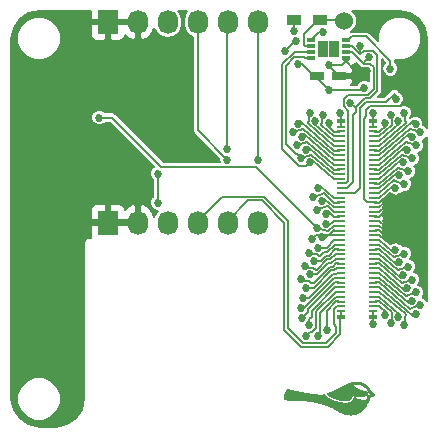
<source format=gbl>
G04 #@! TF.FileFunction,Copper,L2,Bot,Signal*
%FSLAX46Y46*%
G04 Gerber Fmt 4.6, Leading zero omitted, Abs format (unit mm)*
G04 Created by KiCad (PCBNEW 4.0.1-stable) date Monday, January 11, 2016 'PMt' 05:07:45 PM*
%MOMM*%
G01*
G04 APERTURE LIST*
%ADD10C,0.100000*%
%ADD11C,0.010000*%
%ADD12R,0.660000X0.230000*%
%ADD13R,0.660000X0.350000*%
%ADD14R,1.200000X0.750000*%
%ADD15R,0.750000X0.300000*%
%ADD16R,0.875000X0.725000*%
%ADD17R,1.200000X0.900000*%
%ADD18C,1.524000*%
%ADD19R,1.727200X2.032000*%
%ADD20O,1.727200X2.032000*%
%ADD21C,0.685800*%
%ADD22C,0.685801*%
%ADD23C,0.152400*%
%ADD24C,0.203200*%
G04 APERTURE END LIST*
D10*
D11*
G36*
X159520577Y-121775069D02*
X159488906Y-121775572D01*
X159461275Y-121776621D01*
X159436176Y-121778340D01*
X159412107Y-121780851D01*
X159387561Y-121784276D01*
X159361033Y-121788740D01*
X159339069Y-121792815D01*
X159280214Y-121805578D01*
X159219117Y-121821645D01*
X159158664Y-121840182D01*
X159101740Y-121860354D01*
X159090361Y-121864777D01*
X159047183Y-121881970D01*
X159004808Y-121899108D01*
X158962850Y-121916370D01*
X158920920Y-121933937D01*
X158878631Y-121951989D01*
X158835596Y-121970707D01*
X158791427Y-121990271D01*
X158745735Y-122010862D01*
X158698134Y-122032659D01*
X158648236Y-122055844D01*
X158595653Y-122080597D01*
X158539997Y-122107099D01*
X158480882Y-122135528D01*
X158417918Y-122166067D01*
X158350720Y-122198896D01*
X158278898Y-122234194D01*
X158202065Y-122272143D01*
X158119834Y-122312923D01*
X158031817Y-122356714D01*
X158009097Y-122368037D01*
X157930817Y-122406981D01*
X157858298Y-122442880D01*
X157791051Y-122475961D01*
X157728585Y-122506448D01*
X157670411Y-122534567D01*
X157616038Y-122560545D01*
X157564976Y-122584606D01*
X157516735Y-122606978D01*
X157470825Y-122627885D01*
X157426756Y-122647553D01*
X157384038Y-122666208D01*
X157342181Y-122684076D01*
X157300694Y-122701382D01*
X157259088Y-122718353D01*
X157216872Y-122735213D01*
X157183597Y-122748281D01*
X157160074Y-122757518D01*
X157138681Y-122766037D01*
X157120312Y-122773473D01*
X157105857Y-122779460D01*
X157096209Y-122783635D01*
X157092268Y-122785624D01*
X157092801Y-122789719D01*
X157098013Y-122797737D01*
X157107261Y-122808968D01*
X157119900Y-122822704D01*
X157135288Y-122838236D01*
X157152781Y-122854855D01*
X157165822Y-122866657D01*
X157233801Y-122922758D01*
X157308236Y-122976253D01*
X157389006Y-123027086D01*
X157475989Y-123075200D01*
X157569062Y-123120538D01*
X157668103Y-123163043D01*
X157772991Y-123202658D01*
X157883602Y-123239327D01*
X157999815Y-123272992D01*
X158086708Y-123295296D01*
X158187303Y-123318538D01*
X158282291Y-123337867D01*
X158371919Y-123353303D01*
X158456439Y-123364868D01*
X158536099Y-123372580D01*
X158611149Y-123376462D01*
X158681837Y-123376535D01*
X158748413Y-123372818D01*
X158811126Y-123365332D01*
X158848918Y-123358660D01*
X158909550Y-123343748D01*
X158964906Y-123324367D01*
X159014914Y-123300590D01*
X159059501Y-123272491D01*
X159098596Y-123240142D01*
X159132127Y-123203617D01*
X159160021Y-123162988D01*
X159182205Y-123118329D01*
X159198608Y-123069713D01*
X159209158Y-123017214D01*
X159212097Y-122990940D01*
X159212915Y-122979833D01*
X159213851Y-122971698D01*
X159215889Y-122965994D01*
X159220009Y-122962178D01*
X159227194Y-122959710D01*
X159238425Y-122958046D01*
X159254685Y-122956646D01*
X159276955Y-122954967D01*
X159277333Y-122954937D01*
X159304885Y-122952710D01*
X159326056Y-122950816D01*
X159341509Y-122949166D01*
X159351906Y-122947673D01*
X159357910Y-122946249D01*
X159360183Y-122944807D01*
X159360082Y-122943974D01*
X159362027Y-122942665D01*
X159368861Y-122942440D01*
X159378532Y-122943114D01*
X159388990Y-122944497D01*
X159398183Y-122946403D01*
X159402569Y-122947859D01*
X159408077Y-122949376D01*
X159419384Y-122951836D01*
X159435331Y-122955008D01*
X159454759Y-122958665D01*
X159476511Y-122962578D01*
X159481944Y-122963529D01*
X159563430Y-122977036D01*
X159640846Y-122988409D01*
X159716734Y-122997987D01*
X159793633Y-123006109D01*
X159817083Y-123008294D01*
X159839513Y-123009888D01*
X159866719Y-123011121D01*
X159897348Y-123011993D01*
X159930049Y-123012504D01*
X159963471Y-123012652D01*
X159996262Y-123012438D01*
X160027070Y-123011861D01*
X160054545Y-123010920D01*
X160077334Y-123009615D01*
X160090486Y-123008402D01*
X160163314Y-122998747D01*
X160234171Y-122986860D01*
X160304932Y-122972349D01*
X160377473Y-122954822D01*
X160453669Y-122933890D01*
X160469143Y-122929368D01*
X160491757Y-122922575D01*
X160508423Y-122917222D01*
X160520018Y-122912959D01*
X160527422Y-122909438D01*
X160531510Y-122906309D01*
X160532943Y-122903968D01*
X160533909Y-122898855D01*
X160535491Y-122887561D01*
X160537590Y-122870925D01*
X160540105Y-122849783D01*
X160542937Y-122824975D01*
X160545987Y-122797338D01*
X160549082Y-122768392D01*
X160552679Y-122734399D01*
X160555565Y-122706757D01*
X160557688Y-122684791D01*
X160558999Y-122667830D01*
X160559447Y-122655198D01*
X160558982Y-122646223D01*
X160557553Y-122640230D01*
X160555110Y-122636547D01*
X160551603Y-122634499D01*
X160546982Y-122633413D01*
X160541195Y-122632615D01*
X160538909Y-122632283D01*
X160527663Y-122630254D01*
X160510611Y-122626797D01*
X160488807Y-122622151D01*
X160463300Y-122616555D01*
X160435142Y-122610249D01*
X160405385Y-122603471D01*
X160375079Y-122596461D01*
X160345275Y-122589457D01*
X160317025Y-122582700D01*
X160291380Y-122576427D01*
X160272167Y-122571593D01*
X160169538Y-122544234D01*
X160073547Y-122516397D01*
X159983787Y-122487945D01*
X159899847Y-122458742D01*
X159821320Y-122428650D01*
X159747797Y-122397534D01*
X159735944Y-122392213D01*
X159665270Y-122357760D01*
X159593300Y-122318022D01*
X159521754Y-122274092D01*
X159452352Y-122227066D01*
X159386810Y-122178037D01*
X159342597Y-122141786D01*
X159324935Y-122126423D01*
X159306602Y-122110012D01*
X159288316Y-122093244D01*
X159270794Y-122076810D01*
X159254751Y-122061401D01*
X159240905Y-122047709D01*
X159229973Y-122036424D01*
X159222671Y-122028238D01*
X159219717Y-122023841D01*
X159219781Y-122023368D01*
X159225886Y-122020119D01*
X159237863Y-122015797D01*
X159254653Y-122010663D01*
X159275199Y-122004980D01*
X159298444Y-121999011D01*
X159323330Y-121993019D01*
X159348801Y-121987265D01*
X159373799Y-121982013D01*
X159397268Y-121977526D01*
X159418148Y-121974065D01*
X159418444Y-121974021D01*
X159473487Y-121967477D01*
X159527821Y-121964423D01*
X159582961Y-121964893D01*
X159640419Y-121968923D01*
X159701711Y-121976548D01*
X159731539Y-121981261D01*
X159824796Y-121999850D01*
X159914229Y-122023707D01*
X159999623Y-122052725D01*
X160080766Y-122086797D01*
X160157443Y-122125818D01*
X160229442Y-122169681D01*
X160296549Y-122218280D01*
X160358551Y-122271509D01*
X160402051Y-122314915D01*
X160444426Y-122363556D01*
X160482464Y-122414333D01*
X160515507Y-122466230D01*
X160542895Y-122518230D01*
X160560344Y-122559355D01*
X160565320Y-122571769D01*
X160569944Y-122581937D01*
X160573211Y-122587652D01*
X160576468Y-122590958D01*
X160584369Y-122598670D01*
X160596439Y-122610334D01*
X160612207Y-122625496D01*
X160631199Y-122643704D01*
X160652943Y-122664504D01*
X160676966Y-122687442D01*
X160702795Y-122712065D01*
X160721958Y-122730309D01*
X160748659Y-122755737D01*
X160773792Y-122779712D01*
X160796896Y-122801794D01*
X160817514Y-122821540D01*
X160835187Y-122838513D01*
X160849455Y-122852270D01*
X160859861Y-122862371D01*
X160865945Y-122868376D01*
X160867393Y-122869922D01*
X160864428Y-122871699D01*
X160855616Y-122876052D01*
X160841564Y-122882701D01*
X160822877Y-122891368D01*
X160800164Y-122901773D01*
X160774028Y-122913637D01*
X160745077Y-122926683D01*
X160713917Y-122940630D01*
X160706532Y-122943923D01*
X160544874Y-123015942D01*
X160528019Y-123076214D01*
X160519906Y-123104199D01*
X160510059Y-123136534D01*
X160499084Y-123171347D01*
X160487589Y-123206762D01*
X160476183Y-123240907D01*
X160465473Y-123271907D01*
X160456489Y-123296757D01*
X160451041Y-123310443D01*
X160446521Y-123318917D01*
X160441864Y-123323733D01*
X160436170Y-123326392D01*
X160428868Y-123327558D01*
X160415547Y-123328496D01*
X160397240Y-123329209D01*
X160374980Y-123329697D01*
X160349799Y-123329965D01*
X160322731Y-123330013D01*
X160294808Y-123329845D01*
X160267063Y-123329461D01*
X160240528Y-123328866D01*
X160216237Y-123328060D01*
X160195223Y-123327046D01*
X160178681Y-123325841D01*
X160015739Y-123308212D01*
X159915861Y-123294838D01*
X159873141Y-123288400D01*
X159836322Y-123282100D01*
X159804266Y-123275624D01*
X159775833Y-123268661D01*
X159749884Y-123260899D01*
X159725279Y-123252025D01*
X159700878Y-123241727D01*
X159675543Y-123229694D01*
X159672444Y-123228147D01*
X159616885Y-123196813D01*
X159562336Y-123159211D01*
X159509767Y-123116128D01*
X159460148Y-123068353D01*
X159419686Y-123023042D01*
X159401653Y-123001319D01*
X159399252Y-123026569D01*
X159392225Y-123073991D01*
X159380319Y-123123168D01*
X159364198Y-123172224D01*
X159344523Y-123219282D01*
X159321958Y-123262463D01*
X159308281Y-123284289D01*
X159270660Y-123334006D01*
X159227859Y-123379003D01*
X159179963Y-123419251D01*
X159127063Y-123454723D01*
X159069243Y-123485389D01*
X159006594Y-123511223D01*
X158939201Y-123532197D01*
X158867152Y-123548282D01*
X158790535Y-123559451D01*
X158709438Y-123565676D01*
X158623947Y-123566929D01*
X158534152Y-123563182D01*
X158455361Y-123556139D01*
X158382218Y-123546822D01*
X158304125Y-123534509D01*
X158222379Y-123519481D01*
X158138276Y-123502024D01*
X158053113Y-123482418D01*
X157968187Y-123460949D01*
X157884795Y-123437899D01*
X157808014Y-123414745D01*
X157710540Y-123382112D01*
X157616214Y-123346670D01*
X157525387Y-123308629D01*
X157438408Y-123268203D01*
X157355628Y-123225600D01*
X157277396Y-123181034D01*
X157204063Y-123134714D01*
X157135979Y-123086853D01*
X157073494Y-123037661D01*
X157016959Y-122987350D01*
X156966722Y-122936131D01*
X156923135Y-122884215D01*
X156918484Y-122878103D01*
X156908868Y-122865676D01*
X156902108Y-122858104D01*
X156897071Y-122854422D01*
X156892623Y-122853664D01*
X156890274Y-122854079D01*
X156870837Y-122858388D01*
X156845760Y-122863070D01*
X156816432Y-122867922D01*
X156784243Y-122872737D01*
X156750585Y-122877313D01*
X156716848Y-122881443D01*
X156684422Y-122884923D01*
X156673833Y-122885932D01*
X156642095Y-122888462D01*
X156610112Y-122890184D01*
X156577209Y-122891067D01*
X156542710Y-122891080D01*
X156505940Y-122890194D01*
X156466225Y-122888377D01*
X156422887Y-122885599D01*
X156375254Y-122881829D01*
X156322648Y-122877037D01*
X156264395Y-122871192D01*
X156202875Y-122864600D01*
X156113835Y-122854237D01*
X156018361Y-122842018D01*
X155916807Y-122828007D01*
X155809531Y-122812269D01*
X155696885Y-122794868D01*
X155579226Y-122775867D01*
X155456909Y-122755332D01*
X155330288Y-122733326D01*
X155199720Y-122709914D01*
X155065559Y-122685160D01*
X154928160Y-122659128D01*
X154787879Y-122631882D01*
X154645070Y-122603486D01*
X154500089Y-122574006D01*
X154353291Y-122543505D01*
X154205031Y-122512046D01*
X154055665Y-122479696D01*
X153968028Y-122460408D01*
X153923534Y-122450554D01*
X153885316Y-122442267D01*
X153852742Y-122435680D01*
X153825177Y-122430928D01*
X153801989Y-122428146D01*
X153782545Y-122427468D01*
X153766212Y-122429028D01*
X153752358Y-122432962D01*
X153740348Y-122439404D01*
X153729551Y-122448488D01*
X153719333Y-122460348D01*
X153709062Y-122475120D01*
X153698104Y-122492938D01*
X153685826Y-122513936D01*
X153681547Y-122521295D01*
X153644278Y-122587072D01*
X153609346Y-122652322D01*
X153577145Y-122716214D01*
X153548071Y-122777915D01*
X153522519Y-122836594D01*
X153500883Y-122891419D01*
X153487018Y-122930859D01*
X153471558Y-122983272D01*
X153460842Y-123032184D01*
X153454842Y-123077367D01*
X153453531Y-123118594D01*
X153456881Y-123155635D01*
X153464866Y-123188262D01*
X153477457Y-123216247D01*
X153494628Y-123239362D01*
X153516351Y-123257378D01*
X153526876Y-123263395D01*
X153537009Y-123268154D01*
X153548059Y-123272524D01*
X153560385Y-123276533D01*
X153574343Y-123280209D01*
X153590291Y-123283581D01*
X153608587Y-123286677D01*
X153629586Y-123289524D01*
X153653648Y-123292152D01*
X153681128Y-123294587D01*
X153712385Y-123296859D01*
X153747775Y-123298995D01*
X153787657Y-123301023D01*
X153832387Y-123302973D01*
X153882323Y-123304871D01*
X153937822Y-123306746D01*
X153999241Y-123308626D01*
X154066938Y-123310540D01*
X154141269Y-123312515D01*
X154155000Y-123312869D01*
X154277077Y-123316207D01*
X154392656Y-123319786D01*
X154502293Y-123323639D01*
X154606544Y-123327794D01*
X154705963Y-123332284D01*
X154801105Y-123337138D01*
X154892526Y-123342388D01*
X154980781Y-123348064D01*
X155066426Y-123354196D01*
X155150015Y-123360816D01*
X155232103Y-123367954D01*
X155313246Y-123375640D01*
X155340333Y-123378345D01*
X155469033Y-123392177D01*
X155593498Y-123407273D01*
X155714477Y-123423805D01*
X155832719Y-123441941D01*
X155948972Y-123461851D01*
X156063984Y-123483705D01*
X156178504Y-123507671D01*
X156293279Y-123533920D01*
X156409059Y-123562620D01*
X156526592Y-123593942D01*
X156646627Y-123628054D01*
X156769910Y-123665127D01*
X156897192Y-123705329D01*
X157029220Y-123748830D01*
X157134208Y-123784551D01*
X157184068Y-123802059D01*
X157231600Y-123819485D01*
X157277473Y-123837150D01*
X157322357Y-123855374D01*
X157366920Y-123874476D01*
X157411833Y-123894779D01*
X157457765Y-123916601D01*
X157505385Y-123940263D01*
X157555363Y-123966085D01*
X157608367Y-123994388D01*
X157665068Y-124025492D01*
X157726135Y-124059717D01*
X157792237Y-124097384D01*
X157813306Y-124109493D01*
X157871927Y-124143223D01*
X157924898Y-124173651D01*
X157972666Y-124201025D01*
X158015679Y-124225591D01*
X158054384Y-124247596D01*
X158089229Y-124267287D01*
X158120662Y-124284910D01*
X158149130Y-124300714D01*
X158175081Y-124314944D01*
X158198963Y-124327848D01*
X158221223Y-124339672D01*
X158242308Y-124350664D01*
X158262668Y-124361070D01*
X158282748Y-124371138D01*
X158302997Y-124381113D01*
X158323862Y-124391244D01*
X158325694Y-124392128D01*
X158393133Y-124423565D01*
X158456750Y-124450819D01*
X158517918Y-124474282D01*
X158578008Y-124494345D01*
X158638391Y-124511402D01*
X158700440Y-124525844D01*
X158765526Y-124538064D01*
X158835022Y-124548454D01*
X158899861Y-124556279D01*
X158940848Y-124560039D01*
X158986794Y-124562999D01*
X159035642Y-124565105D01*
X159085337Y-124566301D01*
X159133821Y-124566532D01*
X159179038Y-124565744D01*
X159208542Y-124564508D01*
X159288088Y-124557865D01*
X159368544Y-124546743D01*
X159448722Y-124531443D01*
X159527433Y-124512263D01*
X159603489Y-124489501D01*
X159675702Y-124463456D01*
X159742884Y-124434427D01*
X159760992Y-124425625D01*
X159841972Y-124381372D01*
X159921194Y-124330408D01*
X159998518Y-124272893D01*
X160073805Y-124208983D01*
X160146914Y-124138836D01*
X160217705Y-124062610D01*
X160286040Y-123980463D01*
X160351777Y-123892552D01*
X160414778Y-123799036D01*
X160474903Y-123700070D01*
X160532011Y-123595814D01*
X160577103Y-123505201D01*
X160595441Y-123465287D01*
X160613063Y-123423922D01*
X160630474Y-123379814D01*
X160648181Y-123331672D01*
X160666690Y-123278204D01*
X160671035Y-123265250D01*
X160678704Y-123241804D01*
X160686807Y-123216214D01*
X160694992Y-123189673D01*
X160702907Y-123163373D01*
X160710199Y-123138508D01*
X160716515Y-123116269D01*
X160721504Y-123097848D01*
X160724813Y-123084440D01*
X160725622Y-123080558D01*
X160727791Y-123068996D01*
X160932405Y-122986428D01*
X160968385Y-122971883D01*
X161002393Y-122958085D01*
X161033868Y-122945266D01*
X161062252Y-122933654D01*
X161086986Y-122923480D01*
X161107510Y-122914974D01*
X161123266Y-122908367D01*
X161133693Y-122903889D01*
X161138232Y-122901769D01*
X161138381Y-122901656D01*
X161136040Y-122899006D01*
X161128838Y-122892050D01*
X161117188Y-122881163D01*
X161101505Y-122866724D01*
X161082203Y-122849108D01*
X161059696Y-122828694D01*
X161034399Y-122805859D01*
X161006726Y-122780979D01*
X160977091Y-122754432D01*
X160951714Y-122731769D01*
X160915698Y-122699640D01*
X160884584Y-122671846D01*
X160858002Y-122648033D01*
X160835585Y-122627848D01*
X160816962Y-122610935D01*
X160801765Y-122596942D01*
X160789624Y-122585513D01*
X160780170Y-122576294D01*
X160773035Y-122568931D01*
X160767848Y-122563071D01*
X160764241Y-122558358D01*
X160761844Y-122554439D01*
X160760288Y-122550959D01*
X160759205Y-122547565D01*
X160759021Y-122546897D01*
X160752612Y-122526348D01*
X160743510Y-122501398D01*
X160732440Y-122473816D01*
X160720126Y-122445375D01*
X160707295Y-122417843D01*
X160700700Y-122404554D01*
X160668251Y-122346345D01*
X160631023Y-122290220D01*
X160588334Y-122235249D01*
X160539501Y-122180502D01*
X160526358Y-122166849D01*
X160470849Y-122113310D01*
X160413569Y-122064827D01*
X160353315Y-122020531D01*
X160288883Y-121979557D01*
X160219069Y-121941037D01*
X160198083Y-121930420D01*
X160130029Y-121898548D01*
X160062015Y-121870713D01*
X159992813Y-121846541D01*
X159921193Y-121825659D01*
X159845928Y-121807692D01*
X159765788Y-121792268D01*
X159719320Y-121784752D01*
X159699484Y-121781832D01*
X159682156Y-121779566D01*
X159665939Y-121777870D01*
X159649438Y-121776659D01*
X159631258Y-121775848D01*
X159610002Y-121775355D01*
X159584276Y-121775094D01*
X159557792Y-121774991D01*
X159520577Y-121775069D01*
X159520577Y-121775069D01*
G37*
X159520577Y-121775069D02*
X159488906Y-121775572D01*
X159461275Y-121776621D01*
X159436176Y-121778340D01*
X159412107Y-121780851D01*
X159387561Y-121784276D01*
X159361033Y-121788740D01*
X159339069Y-121792815D01*
X159280214Y-121805578D01*
X159219117Y-121821645D01*
X159158664Y-121840182D01*
X159101740Y-121860354D01*
X159090361Y-121864777D01*
X159047183Y-121881970D01*
X159004808Y-121899108D01*
X158962850Y-121916370D01*
X158920920Y-121933937D01*
X158878631Y-121951989D01*
X158835596Y-121970707D01*
X158791427Y-121990271D01*
X158745735Y-122010862D01*
X158698134Y-122032659D01*
X158648236Y-122055844D01*
X158595653Y-122080597D01*
X158539997Y-122107099D01*
X158480882Y-122135528D01*
X158417918Y-122166067D01*
X158350720Y-122198896D01*
X158278898Y-122234194D01*
X158202065Y-122272143D01*
X158119834Y-122312923D01*
X158031817Y-122356714D01*
X158009097Y-122368037D01*
X157930817Y-122406981D01*
X157858298Y-122442880D01*
X157791051Y-122475961D01*
X157728585Y-122506448D01*
X157670411Y-122534567D01*
X157616038Y-122560545D01*
X157564976Y-122584606D01*
X157516735Y-122606978D01*
X157470825Y-122627885D01*
X157426756Y-122647553D01*
X157384038Y-122666208D01*
X157342181Y-122684076D01*
X157300694Y-122701382D01*
X157259088Y-122718353D01*
X157216872Y-122735213D01*
X157183597Y-122748281D01*
X157160074Y-122757518D01*
X157138681Y-122766037D01*
X157120312Y-122773473D01*
X157105857Y-122779460D01*
X157096209Y-122783635D01*
X157092268Y-122785624D01*
X157092801Y-122789719D01*
X157098013Y-122797737D01*
X157107261Y-122808968D01*
X157119900Y-122822704D01*
X157135288Y-122838236D01*
X157152781Y-122854855D01*
X157165822Y-122866657D01*
X157233801Y-122922758D01*
X157308236Y-122976253D01*
X157389006Y-123027086D01*
X157475989Y-123075200D01*
X157569062Y-123120538D01*
X157668103Y-123163043D01*
X157772991Y-123202658D01*
X157883602Y-123239327D01*
X157999815Y-123272992D01*
X158086708Y-123295296D01*
X158187303Y-123318538D01*
X158282291Y-123337867D01*
X158371919Y-123353303D01*
X158456439Y-123364868D01*
X158536099Y-123372580D01*
X158611149Y-123376462D01*
X158681837Y-123376535D01*
X158748413Y-123372818D01*
X158811126Y-123365332D01*
X158848918Y-123358660D01*
X158909550Y-123343748D01*
X158964906Y-123324367D01*
X159014914Y-123300590D01*
X159059501Y-123272491D01*
X159098596Y-123240142D01*
X159132127Y-123203617D01*
X159160021Y-123162988D01*
X159182205Y-123118329D01*
X159198608Y-123069713D01*
X159209158Y-123017214D01*
X159212097Y-122990940D01*
X159212915Y-122979833D01*
X159213851Y-122971698D01*
X159215889Y-122965994D01*
X159220009Y-122962178D01*
X159227194Y-122959710D01*
X159238425Y-122958046D01*
X159254685Y-122956646D01*
X159276955Y-122954967D01*
X159277333Y-122954937D01*
X159304885Y-122952710D01*
X159326056Y-122950816D01*
X159341509Y-122949166D01*
X159351906Y-122947673D01*
X159357910Y-122946249D01*
X159360183Y-122944807D01*
X159360082Y-122943974D01*
X159362027Y-122942665D01*
X159368861Y-122942440D01*
X159378532Y-122943114D01*
X159388990Y-122944497D01*
X159398183Y-122946403D01*
X159402569Y-122947859D01*
X159408077Y-122949376D01*
X159419384Y-122951836D01*
X159435331Y-122955008D01*
X159454759Y-122958665D01*
X159476511Y-122962578D01*
X159481944Y-122963529D01*
X159563430Y-122977036D01*
X159640846Y-122988409D01*
X159716734Y-122997987D01*
X159793633Y-123006109D01*
X159817083Y-123008294D01*
X159839513Y-123009888D01*
X159866719Y-123011121D01*
X159897348Y-123011993D01*
X159930049Y-123012504D01*
X159963471Y-123012652D01*
X159996262Y-123012438D01*
X160027070Y-123011861D01*
X160054545Y-123010920D01*
X160077334Y-123009615D01*
X160090486Y-123008402D01*
X160163314Y-122998747D01*
X160234171Y-122986860D01*
X160304932Y-122972349D01*
X160377473Y-122954822D01*
X160453669Y-122933890D01*
X160469143Y-122929368D01*
X160491757Y-122922575D01*
X160508423Y-122917222D01*
X160520018Y-122912959D01*
X160527422Y-122909438D01*
X160531510Y-122906309D01*
X160532943Y-122903968D01*
X160533909Y-122898855D01*
X160535491Y-122887561D01*
X160537590Y-122870925D01*
X160540105Y-122849783D01*
X160542937Y-122824975D01*
X160545987Y-122797338D01*
X160549082Y-122768392D01*
X160552679Y-122734399D01*
X160555565Y-122706757D01*
X160557688Y-122684791D01*
X160558999Y-122667830D01*
X160559447Y-122655198D01*
X160558982Y-122646223D01*
X160557553Y-122640230D01*
X160555110Y-122636547D01*
X160551603Y-122634499D01*
X160546982Y-122633413D01*
X160541195Y-122632615D01*
X160538909Y-122632283D01*
X160527663Y-122630254D01*
X160510611Y-122626797D01*
X160488807Y-122622151D01*
X160463300Y-122616555D01*
X160435142Y-122610249D01*
X160405385Y-122603471D01*
X160375079Y-122596461D01*
X160345275Y-122589457D01*
X160317025Y-122582700D01*
X160291380Y-122576427D01*
X160272167Y-122571593D01*
X160169538Y-122544234D01*
X160073547Y-122516397D01*
X159983787Y-122487945D01*
X159899847Y-122458742D01*
X159821320Y-122428650D01*
X159747797Y-122397534D01*
X159735944Y-122392213D01*
X159665270Y-122357760D01*
X159593300Y-122318022D01*
X159521754Y-122274092D01*
X159452352Y-122227066D01*
X159386810Y-122178037D01*
X159342597Y-122141786D01*
X159324935Y-122126423D01*
X159306602Y-122110012D01*
X159288316Y-122093244D01*
X159270794Y-122076810D01*
X159254751Y-122061401D01*
X159240905Y-122047709D01*
X159229973Y-122036424D01*
X159222671Y-122028238D01*
X159219717Y-122023841D01*
X159219781Y-122023368D01*
X159225886Y-122020119D01*
X159237863Y-122015797D01*
X159254653Y-122010663D01*
X159275199Y-122004980D01*
X159298444Y-121999011D01*
X159323330Y-121993019D01*
X159348801Y-121987265D01*
X159373799Y-121982013D01*
X159397268Y-121977526D01*
X159418148Y-121974065D01*
X159418444Y-121974021D01*
X159473487Y-121967477D01*
X159527821Y-121964423D01*
X159582961Y-121964893D01*
X159640419Y-121968923D01*
X159701711Y-121976548D01*
X159731539Y-121981261D01*
X159824796Y-121999850D01*
X159914229Y-122023707D01*
X159999623Y-122052725D01*
X160080766Y-122086797D01*
X160157443Y-122125818D01*
X160229442Y-122169681D01*
X160296549Y-122218280D01*
X160358551Y-122271509D01*
X160402051Y-122314915D01*
X160444426Y-122363556D01*
X160482464Y-122414333D01*
X160515507Y-122466230D01*
X160542895Y-122518230D01*
X160560344Y-122559355D01*
X160565320Y-122571769D01*
X160569944Y-122581937D01*
X160573211Y-122587652D01*
X160576468Y-122590958D01*
X160584369Y-122598670D01*
X160596439Y-122610334D01*
X160612207Y-122625496D01*
X160631199Y-122643704D01*
X160652943Y-122664504D01*
X160676966Y-122687442D01*
X160702795Y-122712065D01*
X160721958Y-122730309D01*
X160748659Y-122755737D01*
X160773792Y-122779712D01*
X160796896Y-122801794D01*
X160817514Y-122821540D01*
X160835187Y-122838513D01*
X160849455Y-122852270D01*
X160859861Y-122862371D01*
X160865945Y-122868376D01*
X160867393Y-122869922D01*
X160864428Y-122871699D01*
X160855616Y-122876052D01*
X160841564Y-122882701D01*
X160822877Y-122891368D01*
X160800164Y-122901773D01*
X160774028Y-122913637D01*
X160745077Y-122926683D01*
X160713917Y-122940630D01*
X160706532Y-122943923D01*
X160544874Y-123015942D01*
X160528019Y-123076214D01*
X160519906Y-123104199D01*
X160510059Y-123136534D01*
X160499084Y-123171347D01*
X160487589Y-123206762D01*
X160476183Y-123240907D01*
X160465473Y-123271907D01*
X160456489Y-123296757D01*
X160451041Y-123310443D01*
X160446521Y-123318917D01*
X160441864Y-123323733D01*
X160436170Y-123326392D01*
X160428868Y-123327558D01*
X160415547Y-123328496D01*
X160397240Y-123329209D01*
X160374980Y-123329697D01*
X160349799Y-123329965D01*
X160322731Y-123330013D01*
X160294808Y-123329845D01*
X160267063Y-123329461D01*
X160240528Y-123328866D01*
X160216237Y-123328060D01*
X160195223Y-123327046D01*
X160178681Y-123325841D01*
X160015739Y-123308212D01*
X159915861Y-123294838D01*
X159873141Y-123288400D01*
X159836322Y-123282100D01*
X159804266Y-123275624D01*
X159775833Y-123268661D01*
X159749884Y-123260899D01*
X159725279Y-123252025D01*
X159700878Y-123241727D01*
X159675543Y-123229694D01*
X159672444Y-123228147D01*
X159616885Y-123196813D01*
X159562336Y-123159211D01*
X159509767Y-123116128D01*
X159460148Y-123068353D01*
X159419686Y-123023042D01*
X159401653Y-123001319D01*
X159399252Y-123026569D01*
X159392225Y-123073991D01*
X159380319Y-123123168D01*
X159364198Y-123172224D01*
X159344523Y-123219282D01*
X159321958Y-123262463D01*
X159308281Y-123284289D01*
X159270660Y-123334006D01*
X159227859Y-123379003D01*
X159179963Y-123419251D01*
X159127063Y-123454723D01*
X159069243Y-123485389D01*
X159006594Y-123511223D01*
X158939201Y-123532197D01*
X158867152Y-123548282D01*
X158790535Y-123559451D01*
X158709438Y-123565676D01*
X158623947Y-123566929D01*
X158534152Y-123563182D01*
X158455361Y-123556139D01*
X158382218Y-123546822D01*
X158304125Y-123534509D01*
X158222379Y-123519481D01*
X158138276Y-123502024D01*
X158053113Y-123482418D01*
X157968187Y-123460949D01*
X157884795Y-123437899D01*
X157808014Y-123414745D01*
X157710540Y-123382112D01*
X157616214Y-123346670D01*
X157525387Y-123308629D01*
X157438408Y-123268203D01*
X157355628Y-123225600D01*
X157277396Y-123181034D01*
X157204063Y-123134714D01*
X157135979Y-123086853D01*
X157073494Y-123037661D01*
X157016959Y-122987350D01*
X156966722Y-122936131D01*
X156923135Y-122884215D01*
X156918484Y-122878103D01*
X156908868Y-122865676D01*
X156902108Y-122858104D01*
X156897071Y-122854422D01*
X156892623Y-122853664D01*
X156890274Y-122854079D01*
X156870837Y-122858388D01*
X156845760Y-122863070D01*
X156816432Y-122867922D01*
X156784243Y-122872737D01*
X156750585Y-122877313D01*
X156716848Y-122881443D01*
X156684422Y-122884923D01*
X156673833Y-122885932D01*
X156642095Y-122888462D01*
X156610112Y-122890184D01*
X156577209Y-122891067D01*
X156542710Y-122891080D01*
X156505940Y-122890194D01*
X156466225Y-122888377D01*
X156422887Y-122885599D01*
X156375254Y-122881829D01*
X156322648Y-122877037D01*
X156264395Y-122871192D01*
X156202875Y-122864600D01*
X156113835Y-122854237D01*
X156018361Y-122842018D01*
X155916807Y-122828007D01*
X155809531Y-122812269D01*
X155696885Y-122794868D01*
X155579226Y-122775867D01*
X155456909Y-122755332D01*
X155330288Y-122733326D01*
X155199720Y-122709914D01*
X155065559Y-122685160D01*
X154928160Y-122659128D01*
X154787879Y-122631882D01*
X154645070Y-122603486D01*
X154500089Y-122574006D01*
X154353291Y-122543505D01*
X154205031Y-122512046D01*
X154055665Y-122479696D01*
X153968028Y-122460408D01*
X153923534Y-122450554D01*
X153885316Y-122442267D01*
X153852742Y-122435680D01*
X153825177Y-122430928D01*
X153801989Y-122428146D01*
X153782545Y-122427468D01*
X153766212Y-122429028D01*
X153752358Y-122432962D01*
X153740348Y-122439404D01*
X153729551Y-122448488D01*
X153719333Y-122460348D01*
X153709062Y-122475120D01*
X153698104Y-122492938D01*
X153685826Y-122513936D01*
X153681547Y-122521295D01*
X153644278Y-122587072D01*
X153609346Y-122652322D01*
X153577145Y-122716214D01*
X153548071Y-122777915D01*
X153522519Y-122836594D01*
X153500883Y-122891419D01*
X153487018Y-122930859D01*
X153471558Y-122983272D01*
X153460842Y-123032184D01*
X153454842Y-123077367D01*
X153453531Y-123118594D01*
X153456881Y-123155635D01*
X153464866Y-123188262D01*
X153477457Y-123216247D01*
X153494628Y-123239362D01*
X153516351Y-123257378D01*
X153526876Y-123263395D01*
X153537009Y-123268154D01*
X153548059Y-123272524D01*
X153560385Y-123276533D01*
X153574343Y-123280209D01*
X153590291Y-123283581D01*
X153608587Y-123286677D01*
X153629586Y-123289524D01*
X153653648Y-123292152D01*
X153681128Y-123294587D01*
X153712385Y-123296859D01*
X153747775Y-123298995D01*
X153787657Y-123301023D01*
X153832387Y-123302973D01*
X153882323Y-123304871D01*
X153937822Y-123306746D01*
X153999241Y-123308626D01*
X154066938Y-123310540D01*
X154141269Y-123312515D01*
X154155000Y-123312869D01*
X154277077Y-123316207D01*
X154392656Y-123319786D01*
X154502293Y-123323639D01*
X154606544Y-123327794D01*
X154705963Y-123332284D01*
X154801105Y-123337138D01*
X154892526Y-123342388D01*
X154980781Y-123348064D01*
X155066426Y-123354196D01*
X155150015Y-123360816D01*
X155232103Y-123367954D01*
X155313246Y-123375640D01*
X155340333Y-123378345D01*
X155469033Y-123392177D01*
X155593498Y-123407273D01*
X155714477Y-123423805D01*
X155832719Y-123441941D01*
X155948972Y-123461851D01*
X156063984Y-123483705D01*
X156178504Y-123507671D01*
X156293279Y-123533920D01*
X156409059Y-123562620D01*
X156526592Y-123593942D01*
X156646627Y-123628054D01*
X156769910Y-123665127D01*
X156897192Y-123705329D01*
X157029220Y-123748830D01*
X157134208Y-123784551D01*
X157184068Y-123802059D01*
X157231600Y-123819485D01*
X157277473Y-123837150D01*
X157322357Y-123855374D01*
X157366920Y-123874476D01*
X157411833Y-123894779D01*
X157457765Y-123916601D01*
X157505385Y-123940263D01*
X157555363Y-123966085D01*
X157608367Y-123994388D01*
X157665068Y-124025492D01*
X157726135Y-124059717D01*
X157792237Y-124097384D01*
X157813306Y-124109493D01*
X157871927Y-124143223D01*
X157924898Y-124173651D01*
X157972666Y-124201025D01*
X158015679Y-124225591D01*
X158054384Y-124247596D01*
X158089229Y-124267287D01*
X158120662Y-124284910D01*
X158149130Y-124300714D01*
X158175081Y-124314944D01*
X158198963Y-124327848D01*
X158221223Y-124339672D01*
X158242308Y-124350664D01*
X158262668Y-124361070D01*
X158282748Y-124371138D01*
X158302997Y-124381113D01*
X158323862Y-124391244D01*
X158325694Y-124392128D01*
X158393133Y-124423565D01*
X158456750Y-124450819D01*
X158517918Y-124474282D01*
X158578008Y-124494345D01*
X158638391Y-124511402D01*
X158700440Y-124525844D01*
X158765526Y-124538064D01*
X158835022Y-124548454D01*
X158899861Y-124556279D01*
X158940848Y-124560039D01*
X158986794Y-124562999D01*
X159035642Y-124565105D01*
X159085337Y-124566301D01*
X159133821Y-124566532D01*
X159179038Y-124565744D01*
X159208542Y-124564508D01*
X159288088Y-124557865D01*
X159368544Y-124546743D01*
X159448722Y-124531443D01*
X159527433Y-124512263D01*
X159603489Y-124489501D01*
X159675702Y-124463456D01*
X159742884Y-124434427D01*
X159760992Y-124425625D01*
X159841972Y-124381372D01*
X159921194Y-124330408D01*
X159998518Y-124272893D01*
X160073805Y-124208983D01*
X160146914Y-124138836D01*
X160217705Y-124062610D01*
X160286040Y-123980463D01*
X160351777Y-123892552D01*
X160414778Y-123799036D01*
X160474903Y-123700070D01*
X160532011Y-123595814D01*
X160577103Y-123505201D01*
X160595441Y-123465287D01*
X160613063Y-123423922D01*
X160630474Y-123379814D01*
X160648181Y-123331672D01*
X160666690Y-123278204D01*
X160671035Y-123265250D01*
X160678704Y-123241804D01*
X160686807Y-123216214D01*
X160694992Y-123189673D01*
X160702907Y-123163373D01*
X160710199Y-123138508D01*
X160716515Y-123116269D01*
X160721504Y-123097848D01*
X160724813Y-123084440D01*
X160725622Y-123080558D01*
X160727791Y-123068996D01*
X160932405Y-122986428D01*
X160968385Y-122971883D01*
X161002393Y-122958085D01*
X161033868Y-122945266D01*
X161062252Y-122933654D01*
X161086986Y-122923480D01*
X161107510Y-122914974D01*
X161123266Y-122908367D01*
X161133693Y-122903889D01*
X161138232Y-122901769D01*
X161138381Y-122901656D01*
X161136040Y-122899006D01*
X161128838Y-122892050D01*
X161117188Y-122881163D01*
X161101505Y-122866724D01*
X161082203Y-122849108D01*
X161059696Y-122828694D01*
X161034399Y-122805859D01*
X161006726Y-122780979D01*
X160977091Y-122754432D01*
X160951714Y-122731769D01*
X160915698Y-122699640D01*
X160884584Y-122671846D01*
X160858002Y-122648033D01*
X160835585Y-122627848D01*
X160816962Y-122610935D01*
X160801765Y-122596942D01*
X160789624Y-122585513D01*
X160780170Y-122576294D01*
X160773035Y-122568931D01*
X160767848Y-122563071D01*
X160764241Y-122558358D01*
X160761844Y-122554439D01*
X160760288Y-122550959D01*
X160759205Y-122547565D01*
X160759021Y-122546897D01*
X160752612Y-122526348D01*
X160743510Y-122501398D01*
X160732440Y-122473816D01*
X160720126Y-122445375D01*
X160707295Y-122417843D01*
X160700700Y-122404554D01*
X160668251Y-122346345D01*
X160631023Y-122290220D01*
X160588334Y-122235249D01*
X160539501Y-122180502D01*
X160526358Y-122166849D01*
X160470849Y-122113310D01*
X160413569Y-122064827D01*
X160353315Y-122020531D01*
X160288883Y-121979557D01*
X160219069Y-121941037D01*
X160198083Y-121930420D01*
X160130029Y-121898548D01*
X160062015Y-121870713D01*
X159992813Y-121846541D01*
X159921193Y-121825659D01*
X159845928Y-121807692D01*
X159765788Y-121792268D01*
X159719320Y-121784752D01*
X159699484Y-121781832D01*
X159682156Y-121779566D01*
X159665939Y-121777870D01*
X159649438Y-121776659D01*
X159631258Y-121775848D01*
X159610002Y-121775355D01*
X159584276Y-121775094D01*
X159557792Y-121774991D01*
X159520577Y-121775069D01*
D12*
X161005000Y-115800000D03*
X158295000Y-115800000D03*
X161005000Y-100200000D03*
X158295000Y-100200000D03*
X161005000Y-115400000D03*
X161005000Y-115000000D03*
X161005000Y-114600000D03*
X161005000Y-114200000D03*
X161005000Y-113800000D03*
X161005000Y-113400000D03*
X161005000Y-113000000D03*
X161005000Y-112600000D03*
X161005000Y-112200000D03*
X161005000Y-111800000D03*
X161005000Y-111400000D03*
X161005000Y-111000000D03*
X161005000Y-110600000D03*
X161005000Y-110200000D03*
X161005000Y-109800000D03*
X161005000Y-109400000D03*
X161005000Y-109000000D03*
X161005000Y-108600000D03*
X161005000Y-108200000D03*
X161005000Y-107800000D03*
X161005000Y-107400000D03*
X161005000Y-107000000D03*
X161005000Y-106600000D03*
X161005000Y-106200000D03*
X161005000Y-105800000D03*
X161005000Y-105400000D03*
X161005000Y-105000000D03*
X161005000Y-104600000D03*
X161005000Y-104200000D03*
X161005000Y-103800000D03*
X161005000Y-103400000D03*
X161005000Y-103000000D03*
X161005000Y-102600000D03*
X161005000Y-102200000D03*
X161005000Y-101800000D03*
X161005000Y-101400000D03*
X161005000Y-101000000D03*
X161005000Y-100600000D03*
D13*
X161005000Y-99725000D03*
X158295000Y-99725000D03*
X161005000Y-116275000D03*
X158295000Y-116275000D03*
D12*
X158295000Y-100600000D03*
X158295000Y-101000000D03*
X158295000Y-101400000D03*
X158295000Y-101800000D03*
X158295000Y-102200000D03*
X158295000Y-102600000D03*
X158295000Y-103000000D03*
X158295000Y-103400000D03*
X158295000Y-103800000D03*
X158295000Y-104200000D03*
X158295000Y-104600000D03*
X158295000Y-105000000D03*
X158295000Y-105400000D03*
X158295000Y-105800000D03*
X158295000Y-106200000D03*
X158295000Y-106600000D03*
X158295000Y-107000000D03*
X158295000Y-107400000D03*
X158295000Y-107800000D03*
X158295000Y-108200000D03*
X158295000Y-108600000D03*
X158295000Y-109000000D03*
X158295000Y-109400000D03*
X158295000Y-109800000D03*
X158295000Y-110200000D03*
X158295000Y-110600000D03*
X158295000Y-111000000D03*
X158295000Y-111400000D03*
X158295000Y-111800000D03*
X158295000Y-112200000D03*
X158295000Y-112600000D03*
X158295000Y-113000000D03*
X158295000Y-113400000D03*
X158295000Y-113800000D03*
X158295000Y-114200000D03*
X158295000Y-114600000D03*
X158295000Y-115000000D03*
X158295000Y-115400000D03*
D14*
X156250000Y-95900000D03*
X158150000Y-95900000D03*
D15*
X158712500Y-92862500D03*
X158712500Y-93362500D03*
X158712500Y-93862500D03*
X158712500Y-94362500D03*
X155812500Y-94362500D03*
X155812500Y-93862500D03*
X155812500Y-93362500D03*
X155812500Y-92862500D03*
D16*
X156825000Y-93975000D03*
X156825000Y-93250000D03*
X157700000Y-93975000D03*
X157700000Y-93250000D03*
D17*
X156550000Y-91200000D03*
X154350000Y-91200000D03*
D18*
X158550000Y-91250000D03*
D19*
X138570000Y-108310000D03*
D20*
X141110000Y-108310000D03*
X143650000Y-108310000D03*
X146190000Y-108310000D03*
X148730000Y-108310000D03*
X151270000Y-108310000D03*
D19*
X138570000Y-91350000D03*
D20*
X141110000Y-91350000D03*
X143650000Y-91350000D03*
X146190000Y-91350000D03*
X148730000Y-91350000D03*
X151270000Y-91350000D03*
D21*
X162950000Y-97849974D03*
X162500000Y-95300000D03*
D22*
X163335170Y-106128721D03*
X162579214Y-106491109D03*
X162993938Y-107218712D03*
X162237982Y-107581100D03*
X162237982Y-108419301D03*
X162993938Y-108781689D03*
X162579214Y-109509292D03*
X163335170Y-109871680D03*
D21*
X164264956Y-95352566D03*
X160500000Y-95450000D03*
X157300000Y-95000000D03*
X159100000Y-98150000D03*
X159950000Y-93400000D03*
X154500000Y-92950000D03*
X153600000Y-93750000D03*
X154325068Y-92130246D03*
X160303087Y-96914049D03*
X157300000Y-97100000D03*
X156750000Y-92200000D03*
X154650000Y-94900000D03*
D22*
X156380187Y-105401118D03*
D21*
X160729126Y-94320874D03*
X137840000Y-99420000D03*
D22*
X155876208Y-109739124D03*
X156306694Y-107218712D03*
X157062650Y-107581100D03*
X157062650Y-108419301D03*
X156306694Y-108781689D03*
X156721418Y-109509292D03*
D21*
X148670000Y-102090000D03*
X148700000Y-103000000D03*
X151260000Y-103000000D03*
D22*
X154941767Y-102858749D03*
X155697723Y-103221137D03*
X161045015Y-116945501D03*
X161045015Y-99054899D03*
X158255617Y-99054899D03*
X158255617Y-99054899D03*
X162035617Y-116147324D03*
X162511810Y-116834445D03*
X163166374Y-116308281D03*
X163642567Y-116995401D03*
X164626605Y-116049236D03*
X165041329Y-115321633D03*
X164285373Y-114959245D03*
X164700097Y-114231642D03*
X163944142Y-113869254D03*
X164358866Y-113141651D03*
X163602910Y-112779264D03*
X164017634Y-112051661D03*
X163261678Y-111689273D03*
X163676402Y-110961670D03*
X162920446Y-110599282D03*
X162920446Y-105401118D03*
X163676402Y-105038731D03*
X163261678Y-104311128D03*
X164017634Y-103948740D03*
X163602910Y-103221137D03*
X164358866Y-102858749D03*
X163944142Y-102131146D03*
X164700097Y-101768759D03*
X164285373Y-101041156D03*
X165041329Y-100678768D03*
X164626605Y-99951165D03*
X163642567Y-99005000D03*
X163166374Y-99692120D03*
X162511810Y-99165956D03*
X162035617Y-99853076D03*
X157265015Y-99853076D03*
X156788823Y-99165956D03*
X156134258Y-99692120D03*
X155658066Y-99005000D03*
X154674027Y-99951165D03*
X154259303Y-100678768D03*
X155015259Y-101041156D03*
X154600535Y-101768759D03*
X155356491Y-102131146D03*
X155965462Y-106128721D03*
X156721418Y-106491109D03*
X156355053Y-110427096D03*
X155564696Y-110869240D03*
X156028124Y-111567691D03*
X155252991Y-112003775D03*
X155706439Y-112708746D03*
X154932167Y-113125361D03*
X155358566Y-113847014D03*
X155060934Y-114687615D03*
X154952940Y-115516279D03*
X155010000Y-116360002D03*
X155629232Y-116961158D03*
X155390000Y-117950000D03*
X156350000Y-117960000D03*
X157090000Y-117390000D03*
D21*
X142810000Y-104190000D03*
X142810000Y-106630000D03*
D23*
X162154815Y-98095191D02*
X162850000Y-97400006D01*
X162850000Y-97400006D02*
X162850000Y-97749974D01*
X162850000Y-97749974D02*
X162950000Y-97849974D01*
X159945189Y-105385878D02*
X159945189Y-98623744D01*
X160473743Y-98095191D02*
X162154815Y-98095191D01*
X159531067Y-105800000D02*
X159945189Y-105385878D01*
X159945189Y-98623744D02*
X160473743Y-98095191D01*
X158295000Y-105800000D02*
X159531067Y-105800000D01*
X162500000Y-94815067D02*
X162500000Y-95300000D01*
X159239900Y-92560100D02*
X160445033Y-92560100D01*
X158937500Y-92862500D02*
X159239900Y-92560100D01*
X160445033Y-92560100D02*
X162500000Y-94615067D01*
X158712500Y-92862500D02*
X158937500Y-92862500D01*
X162500000Y-94615067D02*
X162500000Y-94815067D01*
X160522600Y-106600000D02*
X160250000Y-106327400D01*
X161005000Y-106600000D02*
X160522600Y-106600000D01*
X160250000Y-99550000D02*
X160473514Y-99326486D01*
X160473514Y-99326486D02*
X160473514Y-98780578D01*
X160770694Y-98483398D02*
X163362426Y-98483398D01*
X163362426Y-98483398D02*
X164200000Y-97645824D01*
X164200000Y-97645824D02*
X164200000Y-97400000D01*
X160250000Y-106327400D02*
X160250000Y-99550000D01*
X160473514Y-98780578D02*
X160770694Y-98483398D01*
X161190316Y-106624000D02*
X161540316Y-106624000D01*
X161540316Y-106624000D02*
X162460992Y-105841578D01*
X162460992Y-105841578D02*
X162749830Y-105946114D01*
X162749830Y-105946114D02*
X163335170Y-106128721D01*
X161190316Y-107024000D02*
X161540316Y-107024000D01*
X161540316Y-107024000D02*
X162406505Y-106287883D01*
X162406505Y-106287883D02*
X162579214Y-106491109D01*
X161190316Y-107424000D02*
X161540316Y-107424000D01*
X161540316Y-107424000D02*
X162119760Y-106931569D01*
X162119760Y-106931569D02*
X162408598Y-107036104D01*
X162408598Y-107036104D02*
X162993938Y-107218712D01*
X161190316Y-107824000D02*
X161540316Y-107824000D01*
X161540316Y-107824000D02*
X162065274Y-107377873D01*
X162065274Y-107377873D02*
X162237982Y-107581100D01*
X161190316Y-108176401D02*
X161540316Y-108176401D01*
X161540316Y-108176401D02*
X162065274Y-108622527D01*
X162065274Y-108622527D02*
X162237982Y-108419301D01*
X161190316Y-108576401D02*
X161540316Y-108576401D01*
X161540316Y-108576401D02*
X162119760Y-109068832D01*
X162119760Y-109068832D02*
X162408598Y-108964297D01*
X162408598Y-108964297D02*
X162993938Y-108781689D01*
X161190316Y-108976401D02*
X161540316Y-108976401D01*
X161540316Y-108976401D02*
X162406505Y-109712518D01*
X162406505Y-109712518D02*
X162579214Y-109509292D01*
X161190316Y-109376401D02*
X161540316Y-109376401D01*
X161540316Y-109376401D02*
X162460992Y-110158823D01*
X162460992Y-110158823D02*
X162749830Y-110054287D01*
X162749830Y-110054287D02*
X163335170Y-109871680D01*
X163750000Y-95382589D02*
X163780023Y-95352566D01*
X163780023Y-95352566D02*
X164264956Y-95352566D01*
X163750000Y-95450000D02*
X163750000Y-95382589D01*
X160500000Y-95450000D02*
X160050000Y-95900000D01*
X160050000Y-95900000D02*
X158150000Y-95900000D01*
X160500000Y-95450000D02*
X159497600Y-95450000D01*
X159497600Y-95450000D02*
X158712500Y-94664900D01*
X158712500Y-94664900D02*
X158712500Y-94362500D01*
X157300000Y-95000000D02*
X158377400Y-95000000D01*
X158377400Y-95000000D02*
X158712500Y-94664900D01*
X157300000Y-95000000D02*
X157300000Y-95050000D01*
X157300000Y-95050000D02*
X158150000Y-95900000D01*
X158808467Y-105400000D02*
X159300000Y-104908467D01*
X158295000Y-105400000D02*
X158808467Y-105400000D01*
X160228028Y-93749372D02*
X159927400Y-94050000D01*
X159589348Y-98950000D02*
X159589348Y-98548519D01*
X161003448Y-93749372D02*
X160228028Y-93749372D01*
X161376312Y-97163035D02*
X161376312Y-94122236D01*
X161376312Y-94122236D02*
X161003448Y-93749372D01*
X160748967Y-97790380D02*
X161376312Y-97163035D01*
X159589348Y-98548519D02*
X160347487Y-97790380D01*
X160347487Y-97790380D02*
X160748967Y-97790380D01*
X159589348Y-98639348D02*
X159100000Y-98150000D01*
X159300000Y-99239348D02*
X159589348Y-98950000D01*
X159589348Y-98950000D02*
X159589348Y-98639348D01*
X159300000Y-104908467D02*
X159300000Y-99239348D01*
X159950000Y-94027400D02*
X159927400Y-94050000D01*
X159950000Y-93400000D02*
X159950000Y-94027400D01*
X159927400Y-94050000D02*
X159239900Y-93362500D01*
X159239900Y-93362500D02*
X158712500Y-93362500D01*
X154400000Y-92950000D02*
X154500000Y-92950000D01*
X153600000Y-93750000D02*
X154400000Y-92950000D01*
X154350000Y-92105314D02*
X154325068Y-92130246D01*
X154350000Y-91200000D02*
X154350000Y-92105314D01*
X157300000Y-97100000D02*
X160117136Y-97100000D01*
X160117136Y-97100000D02*
X160303087Y-96914049D01*
X156250000Y-96050000D02*
X156250000Y-95900000D01*
X157300000Y-97100000D02*
X156250000Y-96050000D01*
X156750000Y-92200000D02*
X156475000Y-92200000D01*
X156475000Y-92200000D02*
X155812500Y-92862500D01*
X156250000Y-95900000D02*
X156025000Y-95900000D01*
X155025000Y-94900000D02*
X154650000Y-94900000D01*
X156025000Y-95900000D02*
X155025000Y-94900000D01*
X158110316Y-106224000D02*
X157760316Y-106224000D01*
X157760316Y-106224000D02*
X156552895Y-105197892D01*
X156552895Y-105197892D02*
X156380187Y-105401118D01*
X158295000Y-105000000D02*
X158777400Y-105000000D01*
X158777400Y-105000000D02*
X158950000Y-104827400D01*
X161071501Y-97036738D02*
X161071501Y-95175679D01*
X158528498Y-98474322D02*
X158528498Y-97875678D01*
X161071501Y-95175679D02*
X160745822Y-94850000D01*
X160745822Y-94850000D02*
X160227400Y-94850000D01*
X160622670Y-97485569D02*
X161071501Y-97036738D01*
X158950000Y-104827400D02*
X158950000Y-98895824D01*
X158528498Y-97875678D02*
X158918607Y-97485569D01*
X158918607Y-97485569D02*
X160622670Y-97485569D01*
X158950000Y-98895824D02*
X158528498Y-98474322D01*
X160227400Y-94850000D02*
X160227400Y-94822600D01*
X160227400Y-94822600D02*
X160386227Y-94663773D01*
X160386227Y-94663773D02*
X160729126Y-94320874D01*
X160227400Y-94850000D02*
X159239900Y-93862500D01*
X159239900Y-93862500D02*
X158712500Y-93862500D01*
X156400000Y-91200000D02*
X156550000Y-91200000D01*
X155812500Y-93362500D02*
X155285100Y-93362500D01*
X155208899Y-93286299D02*
X155208899Y-92391101D01*
X155208899Y-92391101D02*
X156400000Y-91200000D01*
X155285100Y-93362500D02*
X155208899Y-93286299D01*
X156550000Y-91200000D02*
X158500000Y-91200000D01*
X158500000Y-91200000D02*
X158550000Y-91250000D01*
D24*
X143116514Y-103613098D02*
X138923416Y-99420000D01*
X138324933Y-99420000D02*
X137840000Y-99420000D01*
X151138103Y-103613098D02*
X143116514Y-103613098D01*
X156306694Y-108781689D02*
X151138103Y-103613098D01*
X138923416Y-99420000D02*
X138324933Y-99420000D01*
D23*
X158295000Y-109000000D02*
X157783915Y-109000000D01*
X157783915Y-109000000D02*
X157760316Y-108976401D01*
X158295000Y-108600000D02*
X157812600Y-108600000D01*
X157812600Y-108600000D02*
X157789001Y-108576401D01*
X157789001Y-108576401D02*
X157760316Y-108576401D01*
X158110316Y-109376401D02*
X156238931Y-109376401D01*
X156219107Y-109396225D02*
X155876208Y-109739124D01*
X156238931Y-109376401D02*
X156219107Y-109396225D01*
X158110316Y-107424000D02*
X157760316Y-107424000D01*
X157760316Y-107424000D02*
X157180872Y-106931569D01*
X157180872Y-106931569D02*
X156892034Y-107036104D01*
X156892034Y-107036104D02*
X156306694Y-107218712D01*
X158110316Y-107824000D02*
X157760316Y-107824000D01*
X157760316Y-107824000D02*
X157235359Y-107377873D01*
X157235359Y-107377873D02*
X157062650Y-107581100D01*
X158110316Y-108176401D02*
X157760316Y-108176401D01*
X157760316Y-108176401D02*
X157235359Y-108622527D01*
X157235359Y-108622527D02*
X157062650Y-108419301D01*
X157760316Y-108576401D02*
X157180872Y-109068832D01*
X157180872Y-109068832D02*
X156892034Y-108964297D01*
X156892034Y-108964297D02*
X156306694Y-108781689D01*
X157760316Y-108976401D02*
X156894127Y-109712518D01*
X156894127Y-109712518D02*
X156721418Y-109509292D01*
X148670000Y-102090000D02*
X148670000Y-91410000D01*
X148670000Y-91410000D02*
X148730000Y-91350000D01*
X148212411Y-106135189D02*
X146190000Y-108157600D01*
X151776256Y-106135189D02*
X148212411Y-106135189D01*
X155075678Y-118531503D02*
X153824811Y-117280636D01*
X157921503Y-117674323D02*
X157064323Y-118531503D01*
X157921503Y-117125678D02*
X157921503Y-117674323D01*
X157731503Y-116935678D02*
X157921503Y-117125678D01*
X146190000Y-108157600D02*
X146190000Y-108310000D01*
X157946722Y-115376401D02*
X157731503Y-115591620D01*
X158110316Y-115376401D02*
X157946722Y-115376401D01*
X157731503Y-115591620D02*
X157731503Y-116935678D01*
X157064323Y-118531503D02*
X155075678Y-118531503D01*
X153824811Y-117280636D02*
X153824811Y-108183744D01*
X153824811Y-108183744D02*
X151776256Y-106135189D01*
X148700000Y-103000000D02*
X146190000Y-100490000D01*
X146190000Y-100490000D02*
X146190000Y-91350000D01*
X158295000Y-116200000D02*
X158295000Y-115800000D01*
X158255617Y-117771276D02*
X158255617Y-116239383D01*
X158255617Y-116239383D02*
X158295000Y-116200000D01*
X150447600Y-106440000D02*
X148730000Y-108157600D01*
X153520000Y-117416892D02*
X153520000Y-108310000D01*
X153520000Y-108310000D02*
X151650000Y-106440000D01*
X148730000Y-108157600D02*
X148730000Y-108310000D01*
X158255617Y-117771276D02*
X157190579Y-118836314D01*
X157190579Y-118836314D02*
X154939422Y-118836314D01*
X154939422Y-118836314D02*
X153520000Y-117416892D01*
X151650000Y-106440000D02*
X150447600Y-106440000D01*
X151260000Y-103000000D02*
X151260000Y-91360000D01*
X151260000Y-91360000D02*
X151270000Y-91350000D01*
X153650000Y-101664047D02*
X154501803Y-102515850D01*
X155251098Y-94328498D02*
X154375678Y-94328498D01*
X154598868Y-102515850D02*
X154941767Y-102858749D01*
X155285100Y-94362500D02*
X155251098Y-94328498D01*
X154375678Y-94328498D02*
X153650000Y-95054176D01*
X153650000Y-95054176D02*
X153650000Y-101664047D01*
X154501803Y-102515850D02*
X154598868Y-102515850D01*
X155812500Y-94362500D02*
X155285100Y-94362500D01*
X158110316Y-104224000D02*
X157760316Y-104224000D01*
X157760316Y-104224000D02*
X155815945Y-102571606D01*
X155815945Y-102571606D02*
X155527107Y-102676142D01*
X155527107Y-102676142D02*
X154941767Y-102858749D01*
X155354824Y-103564036D02*
X155697723Y-103221137D01*
X153345189Y-102107994D02*
X154801231Y-103564036D01*
X153345189Y-94927920D02*
X153345189Y-102107994D01*
X155812500Y-93862500D02*
X154410609Y-93862500D01*
X154410609Y-93862500D02*
X153345189Y-94927920D01*
X154801231Y-103564036D02*
X155354824Y-103564036D01*
X158110316Y-104624000D02*
X157760316Y-104624000D01*
X157760316Y-104624000D02*
X155870431Y-103017911D01*
X155870431Y-103017911D02*
X155697723Y-103221137D01*
X161005000Y-116200000D02*
X161005000Y-115800000D01*
X161045015Y-116945501D02*
X161045015Y-116240015D01*
X161045015Y-116240015D02*
X161005000Y-116200000D01*
X161005000Y-99800000D02*
X161005000Y-99094914D01*
X161005000Y-99094914D02*
X161045015Y-99054899D01*
X161005000Y-100200000D02*
X161005000Y-99800000D01*
X158295000Y-99800000D02*
X158295000Y-99094282D01*
X158295000Y-99094282D02*
X158255617Y-99054899D01*
X158295000Y-100200000D02*
X158295000Y-99800000D01*
X161190316Y-115376401D02*
X161540316Y-115376401D01*
X161540316Y-115376401D02*
X162208326Y-115944098D01*
X162208326Y-115944098D02*
X162035617Y-116147324D01*
X161190316Y-114976401D02*
X161540316Y-114976401D01*
X161540316Y-114976401D02*
X162657575Y-115925886D01*
X162657575Y-115925886D02*
X162600996Y-116227803D01*
X162600996Y-116227803D02*
X162511810Y-116834445D01*
X161190316Y-114576401D02*
X161540316Y-114576401D01*
X161540316Y-114576401D02*
X163339083Y-116105055D01*
X163339083Y-116105055D02*
X163166374Y-116308281D01*
X161190316Y-114176401D02*
X161540316Y-114176401D01*
X161540316Y-114176401D02*
X163788332Y-116086842D01*
X163788332Y-116086842D02*
X163731753Y-116388759D01*
X163731753Y-116388759D02*
X163642567Y-116995401D01*
X161190316Y-113776401D02*
X161540316Y-113776401D01*
X161540316Y-113776401D02*
X164453897Y-116252462D01*
X164453897Y-116252462D02*
X164626605Y-116049236D01*
X161190316Y-113376401D02*
X161540316Y-113376401D01*
X161540316Y-113376401D02*
X164167151Y-115608776D01*
X164167151Y-115608776D02*
X164455989Y-115504240D01*
X164455989Y-115504240D02*
X165041329Y-115321633D01*
X161190316Y-112976401D02*
X161540316Y-112976401D01*
X161540316Y-112976401D02*
X164112665Y-115162471D01*
X164112665Y-115162471D02*
X164285373Y-114959245D01*
X161190316Y-112576401D02*
X161540316Y-112576401D01*
X161540316Y-112576401D02*
X163825920Y-114518785D01*
X163825920Y-114518785D02*
X164114757Y-114414250D01*
X164114757Y-114414250D02*
X164700097Y-114231642D01*
X161190316Y-112176401D02*
X161540316Y-112176401D01*
X161540316Y-112176401D02*
X163771433Y-114072481D01*
X163771433Y-114072481D02*
X163944142Y-113869254D01*
X161190316Y-111776401D02*
X161540316Y-111776401D01*
X161540316Y-111776401D02*
X163484688Y-113428795D01*
X163484688Y-113428795D02*
X163773526Y-113324259D01*
X163773526Y-113324259D02*
X164358866Y-113141651D01*
X161190316Y-111376401D02*
X161540316Y-111376401D01*
X161540316Y-111376401D02*
X163430201Y-112982490D01*
X163430201Y-112982490D02*
X163602910Y-112779264D01*
X161190316Y-110976401D02*
X161540316Y-110976401D01*
X161540316Y-110976401D02*
X163143456Y-112338804D01*
X163143456Y-112338804D02*
X163432294Y-112234268D01*
X163432294Y-112234268D02*
X164017634Y-112051661D01*
X161190316Y-110576401D02*
X161540316Y-110576401D01*
X161540316Y-110576401D02*
X163088969Y-111892499D01*
X163088969Y-111892499D02*
X163261678Y-111689273D01*
X161190316Y-110176401D02*
X161540316Y-110176401D01*
X161540316Y-110176401D02*
X162802224Y-111248813D01*
X162802224Y-111248813D02*
X163091062Y-111144278D01*
X163091062Y-111144278D02*
X163676402Y-110961670D01*
X161190316Y-109776401D02*
X161540316Y-109776401D01*
X161540316Y-109776401D02*
X162747737Y-110802509D01*
X162747737Y-110802509D02*
X162920446Y-110599282D01*
X161190316Y-106224000D02*
X161540316Y-106224000D01*
X161540316Y-106224000D02*
X162747737Y-105197892D01*
X162747737Y-105197892D02*
X162920446Y-105401118D01*
X161190316Y-105824000D02*
X161540316Y-105824000D01*
X161540316Y-105824000D02*
X162802224Y-104751587D01*
X162802224Y-104751587D02*
X163091062Y-104856123D01*
X163091062Y-104856123D02*
X163676402Y-105038731D01*
X161190316Y-105424000D02*
X161540316Y-105424000D01*
X161540316Y-105424000D02*
X163088969Y-104107901D01*
X163088969Y-104107901D02*
X163261678Y-104311128D01*
X161190316Y-105024000D02*
X161540316Y-105024000D01*
X161540316Y-105024000D02*
X163143456Y-103661597D01*
X163143456Y-103661597D02*
X163432294Y-103766132D01*
X163432294Y-103766132D02*
X164017634Y-103948740D01*
X161190316Y-104624000D02*
X161540316Y-104624000D01*
X161540316Y-104624000D02*
X163430201Y-103017911D01*
X163430201Y-103017911D02*
X163602910Y-103221137D01*
X161190316Y-104224000D02*
X161540316Y-104224000D01*
X161540316Y-104224000D02*
X163484688Y-102571606D01*
X163484688Y-102571606D02*
X163773526Y-102676142D01*
X163773526Y-102676142D02*
X164358866Y-102858749D01*
X161190316Y-103824000D02*
X161540316Y-103824000D01*
X161540316Y-103824000D02*
X163771433Y-101927920D01*
X163771433Y-101927920D02*
X163944142Y-102131146D01*
X161190316Y-103424000D02*
X161540316Y-103424000D01*
X161540316Y-103424000D02*
X163825920Y-101481616D01*
X163825920Y-101481616D02*
X164114757Y-101586151D01*
X164114757Y-101586151D02*
X164700097Y-101768759D01*
X161190316Y-103024000D02*
X161540316Y-103024000D01*
X161540316Y-103024000D02*
X164112665Y-100837930D01*
X164112665Y-100837930D02*
X164285373Y-101041156D01*
X161190316Y-102624000D02*
X161540316Y-102624000D01*
X161540316Y-102624000D02*
X164167151Y-100391625D01*
X164167151Y-100391625D02*
X164455989Y-100496161D01*
X164455989Y-100496161D02*
X165041329Y-100678768D01*
X161190316Y-102224000D02*
X161540316Y-102224000D01*
X161540316Y-102224000D02*
X164453897Y-99747939D01*
X164453897Y-99747939D02*
X164626605Y-99951165D01*
X161190316Y-101824000D02*
X161540316Y-101824000D01*
X161540316Y-101824000D02*
X163788332Y-99913558D01*
X163788332Y-99913558D02*
X163731753Y-99611642D01*
X163731753Y-99611642D02*
X163642567Y-99005000D01*
X161190316Y-101424000D02*
X161540316Y-101424000D01*
X161540316Y-101424000D02*
X163339083Y-99895346D01*
X163339083Y-99895346D02*
X163166374Y-99692120D01*
X161190316Y-101024000D02*
X161540316Y-101024000D01*
X161540316Y-101024000D02*
X162657575Y-100074515D01*
X162657575Y-100074515D02*
X162600996Y-99772598D01*
X162600996Y-99772598D02*
X162511810Y-99165956D01*
X161190316Y-100624000D02*
X161540316Y-100624000D01*
X161540316Y-100624000D02*
X162208326Y-100056303D01*
X162208326Y-100056303D02*
X162035617Y-99853076D01*
X158110316Y-100624000D02*
X157760316Y-100624000D01*
X157760316Y-100624000D02*
X157092307Y-100056303D01*
X157092307Y-100056303D02*
X157265015Y-99853076D01*
X158110316Y-101024000D02*
X157760316Y-101024000D01*
X157760316Y-101024000D02*
X156643057Y-100074515D01*
X156643057Y-100074515D02*
X156699637Y-99772598D01*
X156699637Y-99772598D02*
X156788823Y-99165956D01*
X158110316Y-101424000D02*
X157760316Y-101424000D01*
X157760316Y-101424000D02*
X155961549Y-99895346D01*
X155961549Y-99895346D02*
X156134258Y-99692120D01*
X158110316Y-101824000D02*
X157760316Y-101824000D01*
X157760316Y-101824000D02*
X155512300Y-99913558D01*
X155512300Y-99913558D02*
X155568880Y-99611642D01*
X155568880Y-99611642D02*
X155658066Y-99005000D01*
X158110316Y-102224000D02*
X157760316Y-102224000D01*
X157760316Y-102224000D02*
X154846736Y-99747939D01*
X154846736Y-99747939D02*
X154674027Y-99951165D01*
X158110316Y-102624000D02*
X157760316Y-102624000D01*
X157760316Y-102624000D02*
X155133481Y-100391625D01*
X155133481Y-100391625D02*
X154844643Y-100496161D01*
X154844643Y-100496161D02*
X154259303Y-100678768D01*
X158110316Y-103024000D02*
X157760316Y-103024000D01*
X157760316Y-103024000D02*
X155187968Y-100837930D01*
X155187968Y-100837930D02*
X155015259Y-101041156D01*
X158110316Y-103424000D02*
X157760316Y-103424000D01*
X157760316Y-103424000D02*
X155474713Y-101481616D01*
X155474713Y-101481616D02*
X155185875Y-101586151D01*
X155185875Y-101586151D02*
X154600535Y-101768759D01*
X158110316Y-103824000D02*
X157760316Y-103824000D01*
X157760316Y-103824000D02*
X155529200Y-101927920D01*
X155529200Y-101927920D02*
X155356491Y-102131146D01*
X158110316Y-106624000D02*
X157760316Y-106624000D01*
X157760316Y-106624000D02*
X156839640Y-105841578D01*
X156839640Y-105841578D02*
X156550802Y-105946114D01*
X156550802Y-105946114D02*
X155965462Y-106128721D01*
X158110316Y-107024000D02*
X157760316Y-107024000D01*
X157760316Y-107024000D02*
X156894127Y-106287883D01*
X156894127Y-106287883D02*
X156721418Y-106491109D01*
X157109621Y-110427096D02*
X156839986Y-110427096D01*
X157760316Y-109776401D02*
X157109621Y-110427096D01*
X156839986Y-110427096D02*
X156355053Y-110427096D01*
X158110316Y-109776401D02*
X157760316Y-109776401D01*
X157791382Y-110176401D02*
X157140250Y-110827533D01*
X158110316Y-110176401D02*
X157791382Y-110176401D01*
X156302447Y-110996189D02*
X155691645Y-110996189D01*
X155691645Y-110996189D02*
X155564696Y-110869240D01*
X157140250Y-110827533D02*
X156891716Y-110827533D01*
X156476622Y-111170364D02*
X156302447Y-110996189D01*
X156891716Y-110827533D02*
X156548885Y-111170364D01*
X156548885Y-111170364D02*
X156476622Y-111170364D01*
X157822450Y-110576401D02*
X157266507Y-111132344D01*
X157266507Y-111132344D02*
X157017973Y-111132344D01*
X158110316Y-110576401D02*
X157822450Y-110576401D01*
X156513057Y-111567691D02*
X156028124Y-111567691D01*
X156582626Y-111567691D02*
X156513057Y-111567691D01*
X157017973Y-111132344D02*
X156582626Y-111567691D01*
X157144228Y-111437155D02*
X156242909Y-112338474D01*
X155980762Y-112137244D02*
X155386460Y-112137244D01*
X157853516Y-110976401D02*
X157392762Y-111437155D01*
X158110316Y-110976401D02*
X157853516Y-110976401D01*
X156181992Y-112338474D02*
X155980762Y-112137244D01*
X156242909Y-112338474D02*
X156181992Y-112338474D01*
X157392762Y-111437155D02*
X157144228Y-111437155D01*
X155386460Y-112137244D02*
X155252991Y-112003775D01*
X157503825Y-111757160D02*
X157255290Y-111757160D01*
X156191372Y-112708746D02*
X155706439Y-112708746D01*
X158110316Y-111376401D02*
X157884584Y-111376401D01*
X156303704Y-112708746D02*
X156191372Y-112708746D01*
X157255290Y-111757160D02*
X156303704Y-112708746D01*
X157884584Y-111376401D02*
X157503825Y-111757160D01*
X158110316Y-111776401D02*
X157915650Y-111776401D01*
X157630080Y-112061971D02*
X157381546Y-112061971D01*
X157381546Y-112061971D02*
X156045266Y-113398251D01*
X155082318Y-113275512D02*
X154932167Y-113125361D01*
X157915650Y-111776401D02*
X157630080Y-112061971D01*
X155755628Y-113398251D02*
X155632889Y-113275512D01*
X156045266Y-113398251D02*
X155755628Y-113398251D01*
X155632889Y-113275512D02*
X155082318Y-113275512D01*
X157756337Y-112366782D02*
X157507802Y-112366782D01*
X156027570Y-113847014D02*
X155843499Y-113847014D01*
X158110316Y-112176401D02*
X157946718Y-112176401D01*
X155843499Y-113847014D02*
X155358566Y-113847014D01*
X157946718Y-112176401D02*
X157756337Y-112366782D01*
X157507802Y-112366782D02*
X156027570Y-113847014D01*
X157977785Y-112576401D02*
X157882596Y-112671590D01*
X158110316Y-112576401D02*
X157977785Y-112576401D01*
X157882596Y-112671590D02*
X157634062Y-112671590D01*
X155545867Y-114687615D02*
X155060934Y-114687615D01*
X157634062Y-112671590D02*
X155618037Y-114687615D01*
X155618037Y-114687615D02*
X155545867Y-114687615D01*
X155220440Y-115516279D02*
X154952940Y-115516279D01*
X157760318Y-112976401D02*
X155220440Y-115516279D01*
X158110316Y-112976401D02*
X157760318Y-112976401D01*
X155521503Y-115848499D02*
X155352899Y-116017103D01*
X155521503Y-115646285D02*
X155521503Y-115848499D01*
X157791387Y-113376401D02*
X155521503Y-115646285D01*
X158110316Y-113376401D02*
X157791387Y-113376401D01*
X155352899Y-116017103D02*
X155010000Y-116360002D01*
X158110316Y-113776401D02*
X157822454Y-113776401D01*
X157822454Y-113776401D02*
X155826314Y-115772541D01*
X155629232Y-116476225D02*
X155629232Y-116961158D01*
X155826314Y-115772541D02*
X155826314Y-116279143D01*
X155826314Y-116279143D02*
X155629232Y-116476225D01*
X158110316Y-114176401D02*
X157853521Y-114176401D01*
X157853521Y-114176401D02*
X156198963Y-115830959D01*
X156198963Y-115830959D02*
X156198963Y-117243104D01*
X156198963Y-117243104D02*
X155834966Y-117607101D01*
X155834966Y-117607101D02*
X155732899Y-117607101D01*
X155732899Y-117607101D02*
X155390000Y-117950000D01*
X158110316Y-114576401D02*
X157884588Y-114576401D01*
X157884588Y-114576401D02*
X156501234Y-115959755D01*
X156501234Y-117808766D02*
X156350000Y-117960000D01*
X156501234Y-115959755D02*
X156501234Y-117808766D01*
X157090000Y-116905067D02*
X157090000Y-117390000D01*
X157915655Y-114976401D02*
X157090000Y-115802056D01*
X158110316Y-114976401D02*
X157915655Y-114976401D01*
X157090000Y-115802056D02*
X157090000Y-116905067D01*
D24*
X142810000Y-106630000D02*
X142810000Y-104190000D01*
D23*
G36*
X137122200Y-91026150D02*
X137268250Y-91172200D01*
X138392200Y-91172200D01*
X138392200Y-91152200D01*
X138747800Y-91152200D01*
X138747800Y-91172200D01*
X140932200Y-91172200D01*
X140932200Y-91152200D01*
X141287800Y-91152200D01*
X141287800Y-91172200D01*
X141307800Y-91172200D01*
X141307800Y-91527800D01*
X141287800Y-91527800D01*
X141287800Y-92791950D01*
X141510382Y-92893737D01*
X141939530Y-92687363D01*
X142329852Y-92279716D01*
X142512286Y-91810736D01*
X142547073Y-91985621D01*
X142805856Y-92372918D01*
X143193153Y-92631701D01*
X143650000Y-92722574D01*
X144106847Y-92631701D01*
X144494144Y-92372918D01*
X144752927Y-91985621D01*
X144843800Y-91528774D01*
X144843800Y-91171226D01*
X144752927Y-90714379D01*
X144546341Y-90405200D01*
X145293659Y-90405200D01*
X145087073Y-90714379D01*
X144996200Y-91171226D01*
X144996200Y-91528774D01*
X145087073Y-91985621D01*
X145345856Y-92372918D01*
X145733153Y-92631701D01*
X145783600Y-92641736D01*
X145783600Y-100490000D01*
X145814535Y-100645523D01*
X145860959Y-100715000D01*
X145902632Y-100777368D01*
X148026985Y-102901721D01*
X148026783Y-103133301D01*
X148046615Y-103181298D01*
X143295372Y-103181298D01*
X139228745Y-99114671D01*
X139199176Y-99094914D01*
X139088659Y-99021069D01*
X138923416Y-98988200D01*
X138360031Y-98988200D01*
X138221778Y-98849706D01*
X137974475Y-98747017D01*
X137706699Y-98746783D01*
X137459217Y-98849041D01*
X137269706Y-99038222D01*
X137167017Y-99285525D01*
X137166783Y-99553301D01*
X137269041Y-99800783D01*
X137458222Y-99990294D01*
X137705525Y-100092983D01*
X137973301Y-100093217D01*
X138220783Y-99990959D01*
X138360185Y-99851800D01*
X138744558Y-99851800D01*
X142487653Y-103594895D01*
X142429217Y-103619041D01*
X142239706Y-103808222D01*
X142137017Y-104055525D01*
X142136783Y-104323301D01*
X142239041Y-104570783D01*
X142378200Y-104710185D01*
X142378200Y-106109969D01*
X142239706Y-106248222D01*
X142137017Y-106495525D01*
X142136783Y-106763301D01*
X142239041Y-107010783D01*
X142428222Y-107200294D01*
X142675525Y-107302983D01*
X142795161Y-107303088D01*
X142547073Y-107674379D01*
X142512286Y-107849264D01*
X142329852Y-107380284D01*
X141939530Y-106972637D01*
X141510382Y-106766263D01*
X141287800Y-106868050D01*
X141287800Y-108132200D01*
X141307800Y-108132200D01*
X141307800Y-108487800D01*
X141287800Y-108487800D01*
X141287800Y-108507800D01*
X140932200Y-108507800D01*
X140932200Y-108487800D01*
X138747800Y-108487800D01*
X138747800Y-108507800D01*
X138392200Y-108507800D01*
X138392200Y-108487800D01*
X137268250Y-108487800D01*
X137122200Y-108633850D01*
X137122200Y-109442205D01*
X137185407Y-109594800D01*
X137000000Y-109594800D01*
X136844937Y-109625644D01*
X136713480Y-109713480D01*
X136625644Y-109844937D01*
X136594800Y-110000000D01*
X136594800Y-123210093D01*
X136408979Y-124144277D01*
X135902410Y-124902412D01*
X135144277Y-125408979D01*
X134210092Y-125594800D01*
X132789907Y-125594800D01*
X131855723Y-125408979D01*
X131097588Y-124902410D01*
X130591021Y-124144277D01*
X130485235Y-123612452D01*
X130919483Y-123612452D01*
X131197527Y-124285371D01*
X131711921Y-124800664D01*
X132384354Y-125079882D01*
X133112452Y-125080517D01*
X133785371Y-124802473D01*
X134300664Y-124288079D01*
X134579882Y-123615646D01*
X134580517Y-122887548D01*
X134302473Y-122214629D01*
X133788079Y-121699336D01*
X133115646Y-121420118D01*
X132387548Y-121419483D01*
X131714629Y-121697527D01*
X131199336Y-122211921D01*
X130920118Y-122884354D01*
X130919483Y-123612452D01*
X130485235Y-123612452D01*
X130405200Y-123210092D01*
X130405200Y-107177795D01*
X137122200Y-107177795D01*
X137122200Y-107986150D01*
X137268250Y-108132200D01*
X138392200Y-108132200D01*
X138392200Y-106855850D01*
X138747800Y-106855850D01*
X138747800Y-108132200D01*
X140932200Y-108132200D01*
X140932200Y-106868050D01*
X140709618Y-106766263D01*
X140280470Y-106972637D01*
X140017800Y-107246966D01*
X140017800Y-107177795D01*
X139928861Y-106963077D01*
X139764522Y-106798739D01*
X139549804Y-106709800D01*
X138893850Y-106709800D01*
X138747800Y-106855850D01*
X138392200Y-106855850D01*
X138246150Y-106709800D01*
X137590196Y-106709800D01*
X137375478Y-106798739D01*
X137211139Y-106963077D01*
X137122200Y-107177795D01*
X130405200Y-107177795D01*
X130405200Y-93112452D01*
X130919483Y-93112452D01*
X131197527Y-93785371D01*
X131711921Y-94300664D01*
X132384354Y-94579882D01*
X133112452Y-94580517D01*
X133785371Y-94302473D01*
X134300664Y-93788079D01*
X134579882Y-93115646D01*
X134580517Y-92387548D01*
X134302473Y-91714629D01*
X134261766Y-91673850D01*
X137122200Y-91673850D01*
X137122200Y-92482205D01*
X137211139Y-92696923D01*
X137375478Y-92861261D01*
X137590196Y-92950200D01*
X138246150Y-92950200D01*
X138392200Y-92804150D01*
X138392200Y-91527800D01*
X138747800Y-91527800D01*
X138747800Y-92804150D01*
X138893850Y-92950200D01*
X139549804Y-92950200D01*
X139764522Y-92861261D01*
X139928861Y-92696923D01*
X140017800Y-92482205D01*
X140017800Y-92413034D01*
X140280470Y-92687363D01*
X140709618Y-92893737D01*
X140932200Y-92791950D01*
X140932200Y-91527800D01*
X138747800Y-91527800D01*
X138392200Y-91527800D01*
X137268250Y-91527800D01*
X137122200Y-91673850D01*
X134261766Y-91673850D01*
X133788079Y-91199336D01*
X133115646Y-90920118D01*
X132387548Y-90919483D01*
X131714629Y-91197527D01*
X131199336Y-91711921D01*
X130920118Y-92384354D01*
X130919483Y-93112452D01*
X130405200Y-93112452D01*
X130405200Y-92789908D01*
X130591021Y-91855723D01*
X131097588Y-91097590D01*
X131855723Y-90591021D01*
X132789907Y-90405200D01*
X137122200Y-90405200D01*
X137122200Y-91026150D01*
X137122200Y-91026150D01*
G37*
X137122200Y-91026150D02*
X137268250Y-91172200D01*
X138392200Y-91172200D01*
X138392200Y-91152200D01*
X138747800Y-91152200D01*
X138747800Y-91172200D01*
X140932200Y-91172200D01*
X140932200Y-91152200D01*
X141287800Y-91152200D01*
X141287800Y-91172200D01*
X141307800Y-91172200D01*
X141307800Y-91527800D01*
X141287800Y-91527800D01*
X141287800Y-92791950D01*
X141510382Y-92893737D01*
X141939530Y-92687363D01*
X142329852Y-92279716D01*
X142512286Y-91810736D01*
X142547073Y-91985621D01*
X142805856Y-92372918D01*
X143193153Y-92631701D01*
X143650000Y-92722574D01*
X144106847Y-92631701D01*
X144494144Y-92372918D01*
X144752927Y-91985621D01*
X144843800Y-91528774D01*
X144843800Y-91171226D01*
X144752927Y-90714379D01*
X144546341Y-90405200D01*
X145293659Y-90405200D01*
X145087073Y-90714379D01*
X144996200Y-91171226D01*
X144996200Y-91528774D01*
X145087073Y-91985621D01*
X145345856Y-92372918D01*
X145733153Y-92631701D01*
X145783600Y-92641736D01*
X145783600Y-100490000D01*
X145814535Y-100645523D01*
X145860959Y-100715000D01*
X145902632Y-100777368D01*
X148026985Y-102901721D01*
X148026783Y-103133301D01*
X148046615Y-103181298D01*
X143295372Y-103181298D01*
X139228745Y-99114671D01*
X139199176Y-99094914D01*
X139088659Y-99021069D01*
X138923416Y-98988200D01*
X138360031Y-98988200D01*
X138221778Y-98849706D01*
X137974475Y-98747017D01*
X137706699Y-98746783D01*
X137459217Y-98849041D01*
X137269706Y-99038222D01*
X137167017Y-99285525D01*
X137166783Y-99553301D01*
X137269041Y-99800783D01*
X137458222Y-99990294D01*
X137705525Y-100092983D01*
X137973301Y-100093217D01*
X138220783Y-99990959D01*
X138360185Y-99851800D01*
X138744558Y-99851800D01*
X142487653Y-103594895D01*
X142429217Y-103619041D01*
X142239706Y-103808222D01*
X142137017Y-104055525D01*
X142136783Y-104323301D01*
X142239041Y-104570783D01*
X142378200Y-104710185D01*
X142378200Y-106109969D01*
X142239706Y-106248222D01*
X142137017Y-106495525D01*
X142136783Y-106763301D01*
X142239041Y-107010783D01*
X142428222Y-107200294D01*
X142675525Y-107302983D01*
X142795161Y-107303088D01*
X142547073Y-107674379D01*
X142512286Y-107849264D01*
X142329852Y-107380284D01*
X141939530Y-106972637D01*
X141510382Y-106766263D01*
X141287800Y-106868050D01*
X141287800Y-108132200D01*
X141307800Y-108132200D01*
X141307800Y-108487800D01*
X141287800Y-108487800D01*
X141287800Y-108507800D01*
X140932200Y-108507800D01*
X140932200Y-108487800D01*
X138747800Y-108487800D01*
X138747800Y-108507800D01*
X138392200Y-108507800D01*
X138392200Y-108487800D01*
X137268250Y-108487800D01*
X137122200Y-108633850D01*
X137122200Y-109442205D01*
X137185407Y-109594800D01*
X137000000Y-109594800D01*
X136844937Y-109625644D01*
X136713480Y-109713480D01*
X136625644Y-109844937D01*
X136594800Y-110000000D01*
X136594800Y-123210093D01*
X136408979Y-124144277D01*
X135902410Y-124902412D01*
X135144277Y-125408979D01*
X134210092Y-125594800D01*
X132789907Y-125594800D01*
X131855723Y-125408979D01*
X131097588Y-124902410D01*
X130591021Y-124144277D01*
X130485235Y-123612452D01*
X130919483Y-123612452D01*
X131197527Y-124285371D01*
X131711921Y-124800664D01*
X132384354Y-125079882D01*
X133112452Y-125080517D01*
X133785371Y-124802473D01*
X134300664Y-124288079D01*
X134579882Y-123615646D01*
X134580517Y-122887548D01*
X134302473Y-122214629D01*
X133788079Y-121699336D01*
X133115646Y-121420118D01*
X132387548Y-121419483D01*
X131714629Y-121697527D01*
X131199336Y-122211921D01*
X130920118Y-122884354D01*
X130919483Y-123612452D01*
X130485235Y-123612452D01*
X130405200Y-123210092D01*
X130405200Y-107177795D01*
X137122200Y-107177795D01*
X137122200Y-107986150D01*
X137268250Y-108132200D01*
X138392200Y-108132200D01*
X138392200Y-106855850D01*
X138747800Y-106855850D01*
X138747800Y-108132200D01*
X140932200Y-108132200D01*
X140932200Y-106868050D01*
X140709618Y-106766263D01*
X140280470Y-106972637D01*
X140017800Y-107246966D01*
X140017800Y-107177795D01*
X139928861Y-106963077D01*
X139764522Y-106798739D01*
X139549804Y-106709800D01*
X138893850Y-106709800D01*
X138747800Y-106855850D01*
X138392200Y-106855850D01*
X138246150Y-106709800D01*
X137590196Y-106709800D01*
X137375478Y-106798739D01*
X137211139Y-106963077D01*
X137122200Y-107177795D01*
X130405200Y-107177795D01*
X130405200Y-93112452D01*
X130919483Y-93112452D01*
X131197527Y-93785371D01*
X131711921Y-94300664D01*
X132384354Y-94579882D01*
X133112452Y-94580517D01*
X133785371Y-94302473D01*
X134300664Y-93788079D01*
X134579882Y-93115646D01*
X134580517Y-92387548D01*
X134302473Y-91714629D01*
X134261766Y-91673850D01*
X137122200Y-91673850D01*
X137122200Y-92482205D01*
X137211139Y-92696923D01*
X137375478Y-92861261D01*
X137590196Y-92950200D01*
X138246150Y-92950200D01*
X138392200Y-92804150D01*
X138392200Y-91527800D01*
X138747800Y-91527800D01*
X138747800Y-92804150D01*
X138893850Y-92950200D01*
X139549804Y-92950200D01*
X139764522Y-92861261D01*
X139928861Y-92696923D01*
X140017800Y-92482205D01*
X140017800Y-92413034D01*
X140280470Y-92687363D01*
X140709618Y-92893737D01*
X140932200Y-92791950D01*
X140932200Y-91527800D01*
X138747800Y-91527800D01*
X138392200Y-91527800D01*
X137268250Y-91527800D01*
X137122200Y-91673850D01*
X134261766Y-91673850D01*
X133788079Y-91199336D01*
X133115646Y-90920118D01*
X132387548Y-90919483D01*
X131714629Y-91197527D01*
X131199336Y-91711921D01*
X130920118Y-92384354D01*
X130919483Y-93112452D01*
X130405200Y-93112452D01*
X130405200Y-92789908D01*
X130591021Y-91855723D01*
X131097588Y-91097590D01*
X131855723Y-90591021D01*
X132789907Y-90405200D01*
X137122200Y-90405200D01*
X137122200Y-91026150D01*
G36*
X165594800Y-114923331D02*
X165423107Y-114751339D01*
X165217681Y-114666039D01*
X165270391Y-114613420D01*
X165373080Y-114366117D01*
X165373314Y-114098341D01*
X165271056Y-113850859D01*
X165081875Y-113661348D01*
X164876449Y-113576048D01*
X164929160Y-113523429D01*
X165031849Y-113276126D01*
X165032083Y-113008350D01*
X164929825Y-112760868D01*
X164740644Y-112571357D01*
X164535218Y-112486057D01*
X164587928Y-112433439D01*
X164690617Y-112186136D01*
X164690851Y-111918360D01*
X164588593Y-111670878D01*
X164399412Y-111481367D01*
X164193986Y-111396067D01*
X164246696Y-111343448D01*
X164349385Y-111096145D01*
X164349619Y-110828369D01*
X164247361Y-110580887D01*
X164058180Y-110391376D01*
X163810877Y-110288687D01*
X163543101Y-110288453D01*
X163523633Y-110296497D01*
X163491405Y-110218499D01*
X163302224Y-110028988D01*
X163054921Y-109926299D01*
X162787145Y-109926065D01*
X162539663Y-110028323D01*
X162505019Y-110062907D01*
X161806717Y-109469466D01*
X161830261Y-109445922D01*
X161919200Y-109231204D01*
X161919200Y-109203550D01*
X161915650Y-109200000D01*
X161919200Y-109196450D01*
X161919200Y-109168796D01*
X161849282Y-109000000D01*
X161919200Y-108831204D01*
X161919200Y-108803550D01*
X161915650Y-108800000D01*
X161919200Y-108796450D01*
X161919200Y-108768796D01*
X161849282Y-108600000D01*
X161919200Y-108431204D01*
X161919200Y-108403550D01*
X161915650Y-108400000D01*
X161919200Y-108396450D01*
X161919200Y-108368796D01*
X161849282Y-108200000D01*
X161919200Y-108031204D01*
X161919200Y-108003550D01*
X161915650Y-108000000D01*
X161919200Y-107996450D01*
X161919200Y-107968796D01*
X161849282Y-107800000D01*
X161919200Y-107631204D01*
X161919200Y-107603550D01*
X161915650Y-107600000D01*
X161919200Y-107596450D01*
X161919200Y-107568796D01*
X161849282Y-107400000D01*
X161919200Y-107231204D01*
X161919200Y-107203550D01*
X161915650Y-107200000D01*
X161919200Y-107196450D01*
X161919200Y-107168796D01*
X161849282Y-107000000D01*
X161919200Y-106831204D01*
X161919200Y-106803550D01*
X161915650Y-106800000D01*
X161919200Y-106796450D01*
X161919200Y-106768796D01*
X161830261Y-106554078D01*
X161806934Y-106530751D01*
X162504906Y-105937591D01*
X162538668Y-105971412D01*
X162785971Y-106074101D01*
X163053747Y-106074335D01*
X163301229Y-105972077D01*
X163490740Y-105782896D01*
X163523478Y-105704053D01*
X163541927Y-105711714D01*
X163809703Y-105711948D01*
X164057185Y-105609690D01*
X164246696Y-105420509D01*
X164349385Y-105173206D01*
X164349619Y-104905430D01*
X164247361Y-104657948D01*
X164193766Y-104604260D01*
X164398417Y-104519699D01*
X164587928Y-104330518D01*
X164690617Y-104083215D01*
X164690851Y-103815439D01*
X164588593Y-103567957D01*
X164534998Y-103514269D01*
X164739649Y-103429708D01*
X164929160Y-103240527D01*
X165031849Y-102993224D01*
X165032083Y-102725448D01*
X164929825Y-102477966D01*
X164876230Y-102424278D01*
X165080880Y-102339718D01*
X165270391Y-102150537D01*
X165373080Y-101903234D01*
X165373314Y-101635458D01*
X165271056Y-101387976D01*
X165217461Y-101334288D01*
X165422112Y-101249727D01*
X165594800Y-101077340D01*
X165594800Y-114923331D01*
X165594800Y-114923331D01*
G37*
X165594800Y-114923331D02*
X165423107Y-114751339D01*
X165217681Y-114666039D01*
X165270391Y-114613420D01*
X165373080Y-114366117D01*
X165373314Y-114098341D01*
X165271056Y-113850859D01*
X165081875Y-113661348D01*
X164876449Y-113576048D01*
X164929160Y-113523429D01*
X165031849Y-113276126D01*
X165032083Y-113008350D01*
X164929825Y-112760868D01*
X164740644Y-112571357D01*
X164535218Y-112486057D01*
X164587928Y-112433439D01*
X164690617Y-112186136D01*
X164690851Y-111918360D01*
X164588593Y-111670878D01*
X164399412Y-111481367D01*
X164193986Y-111396067D01*
X164246696Y-111343448D01*
X164349385Y-111096145D01*
X164349619Y-110828369D01*
X164247361Y-110580887D01*
X164058180Y-110391376D01*
X163810877Y-110288687D01*
X163543101Y-110288453D01*
X163523633Y-110296497D01*
X163491405Y-110218499D01*
X163302224Y-110028988D01*
X163054921Y-109926299D01*
X162787145Y-109926065D01*
X162539663Y-110028323D01*
X162505019Y-110062907D01*
X161806717Y-109469466D01*
X161830261Y-109445922D01*
X161919200Y-109231204D01*
X161919200Y-109203550D01*
X161915650Y-109200000D01*
X161919200Y-109196450D01*
X161919200Y-109168796D01*
X161849282Y-109000000D01*
X161919200Y-108831204D01*
X161919200Y-108803550D01*
X161915650Y-108800000D01*
X161919200Y-108796450D01*
X161919200Y-108768796D01*
X161849282Y-108600000D01*
X161919200Y-108431204D01*
X161919200Y-108403550D01*
X161915650Y-108400000D01*
X161919200Y-108396450D01*
X161919200Y-108368796D01*
X161849282Y-108200000D01*
X161919200Y-108031204D01*
X161919200Y-108003550D01*
X161915650Y-108000000D01*
X161919200Y-107996450D01*
X161919200Y-107968796D01*
X161849282Y-107800000D01*
X161919200Y-107631204D01*
X161919200Y-107603550D01*
X161915650Y-107600000D01*
X161919200Y-107596450D01*
X161919200Y-107568796D01*
X161849282Y-107400000D01*
X161919200Y-107231204D01*
X161919200Y-107203550D01*
X161915650Y-107200000D01*
X161919200Y-107196450D01*
X161919200Y-107168796D01*
X161849282Y-107000000D01*
X161919200Y-106831204D01*
X161919200Y-106803550D01*
X161915650Y-106800000D01*
X161919200Y-106796450D01*
X161919200Y-106768796D01*
X161830261Y-106554078D01*
X161806934Y-106530751D01*
X162504906Y-105937591D01*
X162538668Y-105971412D01*
X162785971Y-106074101D01*
X163053747Y-106074335D01*
X163301229Y-105972077D01*
X163490740Y-105782896D01*
X163523478Y-105704053D01*
X163541927Y-105711714D01*
X163809703Y-105711948D01*
X164057185Y-105609690D01*
X164246696Y-105420509D01*
X164349385Y-105173206D01*
X164349619Y-104905430D01*
X164247361Y-104657948D01*
X164193766Y-104604260D01*
X164398417Y-104519699D01*
X164587928Y-104330518D01*
X164690617Y-104083215D01*
X164690851Y-103815439D01*
X164588593Y-103567957D01*
X164534998Y-103514269D01*
X164739649Y-103429708D01*
X164929160Y-103240527D01*
X165031849Y-102993224D01*
X165032083Y-102725448D01*
X164929825Y-102477966D01*
X164876230Y-102424278D01*
X165080880Y-102339718D01*
X165270391Y-102150537D01*
X165373080Y-101903234D01*
X165373314Y-101635458D01*
X165271056Y-101387976D01*
X165217461Y-101334288D01*
X165422112Y-101249727D01*
X165594800Y-101077340D01*
X165594800Y-114923331D01*
G36*
X164144277Y-90591021D02*
X164902410Y-91097588D01*
X165408979Y-91855723D01*
X165594800Y-92789907D01*
X165594800Y-100280466D01*
X165423107Y-100108474D01*
X165299613Y-100057195D01*
X165299822Y-99817864D01*
X165197564Y-99570382D01*
X165008383Y-99380871D01*
X164761080Y-99278182D01*
X164493304Y-99277948D01*
X164245822Y-99380206D01*
X164170161Y-99455736D01*
X164125216Y-99493931D01*
X164122696Y-99476786D01*
X164212861Y-99386778D01*
X164315550Y-99139475D01*
X164315784Y-98871699D01*
X164213526Y-98624217D01*
X164024345Y-98434706D01*
X163777042Y-98332017D01*
X163509266Y-98331783D01*
X163357108Y-98394654D01*
X163520294Y-98231752D01*
X163622983Y-97984449D01*
X163623217Y-97716673D01*
X163520959Y-97469191D01*
X163331778Y-97279680D01*
X163217190Y-97232099D01*
X163137368Y-97112638D01*
X163005523Y-97024541D01*
X162850000Y-96993606D01*
X162694477Y-97024541D01*
X162562632Y-97112638D01*
X161986479Y-97688791D01*
X161425292Y-97688791D01*
X161663680Y-97450403D01*
X161668534Y-97443138D01*
X161751777Y-97318558D01*
X161782712Y-97163035D01*
X161782712Y-94472515D01*
X162079193Y-94768996D01*
X161929706Y-94918222D01*
X161827017Y-95165525D01*
X161826783Y-95433301D01*
X161929041Y-95680783D01*
X162118222Y-95870294D01*
X162365525Y-95972983D01*
X162633301Y-95973217D01*
X162880783Y-95870959D01*
X163070294Y-95681778D01*
X163172983Y-95434475D01*
X163173217Y-95166699D01*
X163070959Y-94919217D01*
X162906400Y-94754371D01*
X162906400Y-94615067D01*
X162899404Y-94579895D01*
X163612452Y-94580517D01*
X164285371Y-94302473D01*
X164800664Y-93788079D01*
X165079882Y-93115646D01*
X165080517Y-92387548D01*
X164802473Y-91714629D01*
X164288079Y-91199336D01*
X163615646Y-90920118D01*
X162887548Y-90919483D01*
X162214629Y-91197527D01*
X161699336Y-91711921D01*
X161420118Y-92384354D01*
X161419616Y-92959947D01*
X160732401Y-92272732D01*
X160676798Y-92235579D01*
X160600556Y-92184635D01*
X160445033Y-92153700D01*
X159239900Y-92153700D01*
X159178426Y-92165928D01*
X159475382Y-91869489D01*
X159642010Y-91468205D01*
X159642389Y-91033701D01*
X159476462Y-90632127D01*
X159249931Y-90405200D01*
X163210092Y-90405200D01*
X164144277Y-90591021D01*
X164144277Y-90591021D01*
G37*
X164144277Y-90591021D02*
X164902410Y-91097588D01*
X165408979Y-91855723D01*
X165594800Y-92789907D01*
X165594800Y-100280466D01*
X165423107Y-100108474D01*
X165299613Y-100057195D01*
X165299822Y-99817864D01*
X165197564Y-99570382D01*
X165008383Y-99380871D01*
X164761080Y-99278182D01*
X164493304Y-99277948D01*
X164245822Y-99380206D01*
X164170161Y-99455736D01*
X164125216Y-99493931D01*
X164122696Y-99476786D01*
X164212861Y-99386778D01*
X164315550Y-99139475D01*
X164315784Y-98871699D01*
X164213526Y-98624217D01*
X164024345Y-98434706D01*
X163777042Y-98332017D01*
X163509266Y-98331783D01*
X163357108Y-98394654D01*
X163520294Y-98231752D01*
X163622983Y-97984449D01*
X163623217Y-97716673D01*
X163520959Y-97469191D01*
X163331778Y-97279680D01*
X163217190Y-97232099D01*
X163137368Y-97112638D01*
X163005523Y-97024541D01*
X162850000Y-96993606D01*
X162694477Y-97024541D01*
X162562632Y-97112638D01*
X161986479Y-97688791D01*
X161425292Y-97688791D01*
X161663680Y-97450403D01*
X161668534Y-97443138D01*
X161751777Y-97318558D01*
X161782712Y-97163035D01*
X161782712Y-94472515D01*
X162079193Y-94768996D01*
X161929706Y-94918222D01*
X161827017Y-95165525D01*
X161826783Y-95433301D01*
X161929041Y-95680783D01*
X162118222Y-95870294D01*
X162365525Y-95972983D01*
X162633301Y-95973217D01*
X162880783Y-95870959D01*
X163070294Y-95681778D01*
X163172983Y-95434475D01*
X163173217Y-95166699D01*
X163070959Y-94919217D01*
X162906400Y-94754371D01*
X162906400Y-94615067D01*
X162899404Y-94579895D01*
X163612452Y-94580517D01*
X164285371Y-94302473D01*
X164800664Y-93788079D01*
X165079882Y-93115646D01*
X165080517Y-92387548D01*
X164802473Y-91714629D01*
X164288079Y-91199336D01*
X163615646Y-90920118D01*
X162887548Y-90919483D01*
X162214629Y-91197527D01*
X161699336Y-91711921D01*
X161420118Y-92384354D01*
X161419616Y-92959947D01*
X160732401Y-92272732D01*
X160676798Y-92235579D01*
X160600556Y-92184635D01*
X160445033Y-92153700D01*
X159239900Y-92153700D01*
X159178426Y-92165928D01*
X159475382Y-91869489D01*
X159642010Y-91468205D01*
X159642389Y-91033701D01*
X159476462Y-90632127D01*
X159249931Y-90405200D01*
X163210092Y-90405200D01*
X164144277Y-90591021D01*
G36*
X159940032Y-95137368D02*
X160071877Y-95225465D01*
X160227400Y-95256400D01*
X160577486Y-95256400D01*
X160665101Y-95344015D01*
X160665101Y-96335548D01*
X160437562Y-96241066D01*
X160169786Y-96240832D01*
X159922304Y-96343090D01*
X159732793Y-96532271D01*
X159665803Y-96693600D01*
X159157584Y-96693600D01*
X159245261Y-96605922D01*
X159334200Y-96391204D01*
X159334200Y-96223850D01*
X159188150Y-96077800D01*
X158327800Y-96077800D01*
X158327800Y-96097800D01*
X157972200Y-96097800D01*
X157972200Y-96077800D01*
X157952200Y-96077800D01*
X157952200Y-95722200D01*
X157972200Y-95722200D01*
X157972200Y-95702200D01*
X158327800Y-95702200D01*
X158327800Y-95722200D01*
X159188150Y-95722200D01*
X159334200Y-95576150D01*
X159334200Y-95408796D01*
X159245261Y-95194078D01*
X159147884Y-95096700D01*
X159203705Y-95096700D01*
X159418423Y-95007761D01*
X159582761Y-94843422D01*
X159601308Y-94798644D01*
X159940032Y-95137368D01*
X159940032Y-95137368D01*
G37*
X159940032Y-95137368D02*
X160071877Y-95225465D01*
X160227400Y-95256400D01*
X160577486Y-95256400D01*
X160665101Y-95344015D01*
X160665101Y-96335548D01*
X160437562Y-96241066D01*
X160169786Y-96240832D01*
X159922304Y-96343090D01*
X159732793Y-96532271D01*
X159665803Y-96693600D01*
X159157584Y-96693600D01*
X159245261Y-96605922D01*
X159334200Y-96391204D01*
X159334200Y-96223850D01*
X159188150Y-96077800D01*
X158327800Y-96077800D01*
X158327800Y-96097800D01*
X157972200Y-96097800D01*
X157972200Y-96077800D01*
X157952200Y-96077800D01*
X157952200Y-95722200D01*
X157972200Y-95722200D01*
X157972200Y-95702200D01*
X158327800Y-95702200D01*
X158327800Y-95722200D01*
X159188150Y-95722200D01*
X159334200Y-95576150D01*
X159334200Y-95408796D01*
X159245261Y-95194078D01*
X159147884Y-95096700D01*
X159203705Y-95096700D01*
X159418423Y-95007761D01*
X159582761Y-94843422D01*
X159601308Y-94798644D01*
X159940032Y-95137368D01*
G36*
X158910300Y-94437500D02*
X158890300Y-94437500D01*
X158890300Y-94512500D01*
X158534700Y-94512500D01*
X158534700Y-94437500D01*
X158514700Y-94437500D01*
X158514700Y-94349169D01*
X158910300Y-94349169D01*
X158910300Y-94437500D01*
X158910300Y-94437500D01*
G37*
X158910300Y-94437500D02*
X158890300Y-94437500D01*
X158890300Y-94512500D01*
X158534700Y-94512500D01*
X158534700Y-94437500D01*
X158514700Y-94437500D01*
X158514700Y-94349169D01*
X158910300Y-94349169D01*
X158910300Y-94437500D01*
M02*

</source>
